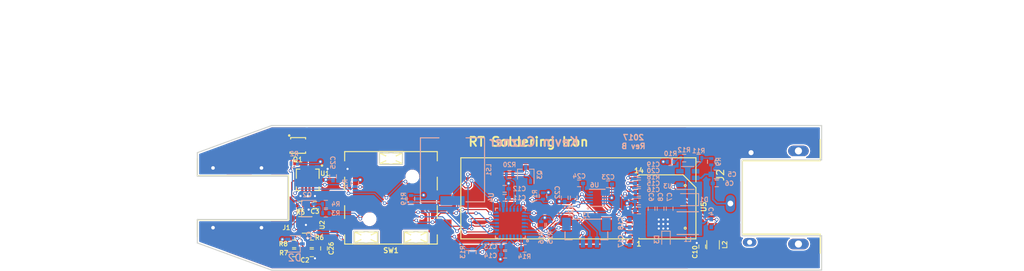
<source format=kicad_pcb>
(kicad_pcb (version 4) (host pcbnew 4.0.6)
  (title_block (title "RT Soldering Iron") (date 2017-06-02) (rev A) (company "Kevin Cuzner"))
  (layers (0 F.Cu signal) (31 B.Cu signal) (34 B.Paste user) (35 F.Paste user) (36 B.SilkS user) (37 F.SilkS user) (38 B.Mask user) (39 F.Mask user) (44 Edge.Cuts user))
  (net 0 "")
  (net 1 "/Analog Frontend/HEATER_SENSE")
  (net 2 GND)
  (net 3 +3.3VA)
  (net 4 "Net-(C4-Pad2)")
  (net 5 +12V)
  (net 6 +3V3)
  (net 7 "Net-(C17-Pad1)")
  (net 8 "Net-(C17-Pad2)")
  (net 9 "Net-(C18-Pad1)")
  (net 10 "Net-(C18-Pad2)")
  (net 11 "Net-(C19-Pad1)")
  (net 12 "Net-(C20-Pad1)")
  (net 13 "Net-(C24-Pad1)")
  (net 14 "/Analog Frontend/SENSE_IN")
  (net 15 "Net-(J2-Pad3)")
  (net 16 "/Digital Control/STM32_SWDIO")
  (net 17 "/Digital Control/STM32_SWCLK")
  (net 18 "/Digital Control/~STM32_RESET")
  (net 19 "/Analog Frontend/~FAULT")
  (net 20 "/Analog Frontend/HEATER_CTL")
  (net 21 "Net-(R11-Pad1)")
  (net 22 "/Power Supplies/3V3_FB")
  (net 23 "/Analog Frontend/CURRENT_SENSE")
  (net 24 "/Digital Control/STM32_BOOT0")
  (net 25 "/Digital Control/I2C_SDA")
  (net 26 "/Digital Control/I2C_SCL")
  (net 27 "/Digital Control/ACC_INT")
  (net 28 "Net-(R18-Pad1)")
  (net 29 "Net-(U4-Pad2)")
  (net 30 "Net-(U4-Pad3)")
  (net 31 "Net-(U4-Pad20)")
  (net 32 "Net-(U4-Pad23)")
  (net 33 "/Digital Control/~OLED_RST")
  (net 34 "Net-(U4-Pad25)")
  (net 35 "Net-(U4-Pad26)")
  (net 36 "Net-(U5-Pad6)")
  (net 37 "Net-(U6-Pad5)")
  (net 38 "/Analog Frontend/TIP_CONNECTOR")
  (net 39 "/Analog Frontend/TIP_GATE")
  (net 40 "/Analog Frontend/12V_TIP")
  (net 41 "/Analog Frontend/TIP_GATE_B")
  (net 42 "/Digital Control/SW_B")
  (net 43 "/Digital Control/SW_E")
  (net 44 "/Digital Control/SW_A")
  (net 45 "/Digital Control/SW_D")
  (net 46 "/Digital Control/SW_C")
  (net 47 "/Power Supplies/+3.3V_SW")
  (net 48 "/Analog Frontend/OPAMP_SENSE_IN")
  (net 49 "/Analog Frontend/OPAMP_FB")
  (net 50 "/Digital Control/BUZ_COL")
  (net 51 "/Digital Control/BUZ_BASE")
  (net 52 "/Digital Control/BUZ_CTL")
  (net 53 "/Digital Control/~HEATER_EN")
  (module rt-soldering-iron:12-WFQFN (layer F.Cu) (at 119.38 93.98 270)
    (fp_text reference U1 (at -0.889 -2.413 360) (layer F.SilkS) (effects (font (size 0.635 0.635) (thickness 0.127))))
    (fp_text value ACS711xEX)
    (pad 1,2 smd rect (at -1.35 -0.5 270) (size 1.27 0.8) (layers F.Cu F.Paste F.Mask) (net 5 +12V))
    (pad 3,4 smd rect (at -1.35 0.5 270) (size 1.27 0.8) (layers F.Cu F.Paste F.Mask) (net 40 "/Analog Frontend/12V_TIP"))
    (pad 5 smd rect (at 0.15 1.45 270) (size 0.3 0.85) (layers F.Cu F.Paste F.Mask) (net 2 GND))
    (pad 6 smd rect (at 0.65 1.45 270) (size 0.3 0.85) (layers F.Cu F.Paste F.Mask) (net 19 "/Analog Frontend/~FAULT"))
    (pad 7 smd rect (at 1.35 0.75 270) (size 0.85 0.3) (layers F.Cu F.Paste F.Mask) (net 2 GND))
    (pad 8 smd rect (at 1.35 0.25 270) (size 0.85 0.3) (layers F.Cu F.Paste F.Mask) (net 2 GND))
    (pad 9 smd rect (at 1.35 -0.25 270) (size 0.85 0.3) (layers F.Cu F.Paste F.Mask) (net 2 GND))
    (pad 10 smd rect (at 1.35 -0.75 270) (size 0.85 0.3) (layers F.Cu F.Paste F.Mask) (net 2 GND))
    (pad 11 smd rect (at 0.65 -1.45 270) (size 0.3 0.85) (layers F.Cu F.Paste F.Mask) (net 23 "/Analog Frontend/CURRENT_SENSE"))
    (pad 12 smd rect (at 0.15 -1.45 270) (size 0.3 0.85) (layers F.Cu F.Paste F.Mask) (net 3 +3.3VA))
  )
  (module rt-soldering-iron:1PIN-VIA (layer F.Cu) (at 115.824 102.362)
    (fp_text reference REF** hide)
    (fp_text value 1PIN-VIA hide)
    (pad 1 thru_hole circle (at 0 0) (size 0.6 0.6) (drill 0.3) (layers *.Cu) (net 3 +3.3VA))
  )
  (module rt-soldering-iron:1PIN-VIA (layer F.Cu) (at 135.636 96.139)
    (fp_text reference REF** hide)
    (fp_text value 1PIN-VIA hide)
    (pad 1 thru_hole circle (at 0 0) (size 0.6 0.6) (drill 0.3) (layers *.Cu) (net 6 +3V3))
  )
  (module rt-soldering-iron:1PIN-VIA (layer F.Cu) (at 169.291 91.44)
    (fp_text reference REF** hide)
    (fp_text value 1PIN-VIA hide)
    (pad 1 thru_hole circle (at 0 0) (size 0.6 0.6) (drill 0.3) (layers *.Cu) (net 6 +3V3))
  )
  (module rt-soldering-iron:1PIN-VIA (layer F.Cu) (at 121.92 93.98)
    (fp_text reference REF** hide)
    (fp_text value 1PIN-VIA hide)
    (pad 1 thru_hole circle (at 0 0) (size 0.6 0.6) (drill 0.3) (layers *.Cu) (net 3 +3.3VA))
  )
  (module rt-soldering-iron:1PIN-VIA (layer F.Cu) (at 126.746 93.98)
    (fp_text reference REF** hide)
    (fp_text value 1PIN-VIA hide)
    (pad 1 thru_hole circle (at 0 0) (size 0.6 0.6) (drill 0.3) (layers *.Cu) (net 6 +3V3))
  )
  (module rt-soldering-iron:1PIN-VIA (layer F.Cu) (at 152.654 99.314)
    (fp_text reference REF** hide)
    (fp_text value 1PIN-VIA hide)
    (pad 1 thru_hole circle (at 0 0) (size 0.6 0.6) (drill 0.3) (layers *.Cu) (net 6 +3V3))
  )
  (module rt-soldering-iron:1PIN-VIA (layer F.Cu) (at 146.431 105.156)
    (fp_text reference REF** hide)
    (fp_text value 1PIN-VIA hide)
    (pad 1 thru_hole circle (at 0 0) (size 0.6 0.6) (drill 0.3) (layers *.Cu) (net 3 +3.3VA))
  )
  (module rt-soldering-iron:1PIN-VIA (layer F.Cu) (at 147.574 94.488)
    (fp_text reference REF** hide)
    (fp_text value 1PIN-VIA hide)
    (pad 1 thru_hole circle (at 0 0) (size 0.6 0.6) (drill 0.3) (layers *.Cu) (net 6 +3V3))
  )
  (module rt-soldering-iron:1PIN-VIA (layer F.Cu) (at 153.162 95.758)
    (fp_text reference REF** hide)
    (fp_text value 1PIN-VIA hide)
    (pad 1 thru_hole circle (at 0 0) (size 0.6 0.6) (drill 0.3) (layers *.Cu) (net 6 +3V3))
  )
  (module rt-soldering-iron:1PIN-VIA (layer F.Cu) (at 154.686 97.028)
    (fp_text reference REF** hide)
    (fp_text value 1PIN-VIA hide)
    (pad 1 thru_hole circle (at 0 0) (size 0.6 0.6) (drill 0.3) (layers *.Cu) (net 6 +3V3))
  )
  (module rt-soldering-iron:1PIN-VIA (layer F.Cu) (at 162.052 96.52)
    (fp_text reference REF** hide)
    (fp_text value 1PIN-VIA hide)
    (pad 1 thru_hole circle (at 0 0) (size 0.6 0.6) (drill 0.3) (layers *.Cu) (net 6 +3V3))
  )
  (module rt-soldering-iron:1PIN-VIA (layer F.Cu) (at 164.211 97.282)
    (fp_text reference REF** hide)
    (fp_text value 1PIN-VIA hide)
    (pad 1 thru_hole circle (at 0 0) (size 0.6 0.6) (drill 0.3) (layers *.Cu) (net 6 +3V3))
  )
  (module rt-soldering-iron:1PIN-VIA (layer F.Cu) (at 164.338 98.044)
    (fp_text reference REF** hide)
    (fp_text value 1PIN-VIA hide)
    (pad 1 thru_hole circle (at 0 0) (size 0.6 0.6) (drill 0.3) (layers *.Cu) (net 2 GND))
  )
  (module rt-soldering-iron:1PIN-VIA (layer F.Cu) (at 169.926 100.838)
    (fp_text reference REF** hide)
    (fp_text value 1PIN-VIA hide)
    (pad 1 thru_hole circle (at 0 0) (size 0.6 0.6) (drill 0.3) (layers *.Cu) (net 6 +3V3))
  )
  (module rt-soldering-iron:1PIN-VIA (layer F.Cu) (at 169.291 100.838)
    (fp_text reference REF** hide)
    (fp_text value 1PIN-VIA hide)
    (pad 1 thru_hole circle (at 0 0) (size 0.6 0.6) (drill 0.3) (layers *.Cu) (net 6 +3V3))
  )
  (module rt-soldering-iron:1PIN-VIA (layer F.Cu) (at 168.656 100.838)
    (fp_text reference REF** hide)
    (fp_text value 1PIN-VIA hide)
    (pad 1 thru_hole circle (at 0 0) (size 0.6 0.6) (drill 0.3) (layers *.Cu) (net 6 +3V3))
  )
  (module rt-soldering-iron:1PIN-VIA (layer F.Cu) (at 168.656 100.203)
    (fp_text reference REF** hide)
    (fp_text value 1PIN-VIA hide)
    (pad 1 thru_hole circle (at 0 0) (size 0.6 0.6) (drill 0.3) (layers *.Cu) (net 6 +3V3))
  )
  (module rt-soldering-iron:1PIN-VIA (layer F.Cu) (at 169.291 100.203)
    (fp_text reference REF** hide)
    (fp_text value 1PIN-VIA hide)
    (pad 1 thru_hole circle (at 0 0) (size 0.6 0.6) (drill 0.3) (layers *.Cu) (net 6 +3V3))
  )
  (module rt-soldering-iron:1PIN-VIA (layer F.Cu) (at 169.926 100.203)
    (fp_text reference REF** hide)
    (fp_text value 1PIN-VIA hide)
    (pad 1 thru_hole circle (at 0 0) (size 0.6 0.6) (drill 0.3) (layers *.Cu) (net 6 +3V3))
  )
  (module rt-soldering-iron:1PIN-VIA (layer F.Cu) (at 169.926 99.568)
    (fp_text reference REF** hide)
    (fp_text value 1PIN-VIA hide)
    (pad 1 thru_hole circle (at 0 0) (size 0.6 0.6) (drill 0.3) (layers *.Cu) (net 6 +3V3))
  )
  (module rt-soldering-iron:1PIN-VIA (layer F.Cu) (at 168.656 99.568)
    (fp_text reference REF** hide)
    (fp_text value 1PIN-VIA hide)
    (pad 1 thru_hole circle (at 0 0) (size 0.6 0.6) (drill 0.3) (layers *.Cu) (net 6 +3V3))
  )
  (module rt-soldering-iron:1PIN-VIA (layer F.Cu) (at 169.291 99.568)
    (fp_text reference REF** hide)
    (fp_text value 1PIN-VIA hide)
    (pad 1 thru_hole circle (at 0 0) (size 0.6 0.6) (drill 0.3) (layers *.Cu) (net 6 +3V3))
  )
  (module rt-soldering-iron:1PIN-VIA (layer F.Cu) (at 173.99 102.87)
    (fp_text reference REF** hide)
    (fp_text value 1PIN-VIA hide)
    (pad 1 thru_hole circle (at 0 0) (size 0.6 0.6) (drill 0.3) (layers *.Cu) (net 2 GND))
  )
  (module rt-soldering-iron:1PIN-VIA (layer F.Cu) (at 119.507 98.171)
    (fp_text reference REF** hide)
    (fp_text value 1PIN-VIA hide)
    (pad 1 thru_hole circle (at 0 0) (size 0.6 0.6) (drill 0.3) (layers *.Cu) (net 2 GND))
  )
  (module rt-soldering-iron:1PIN-VIA (layer F.Cu) (at 119.126 100.33)
    (fp_text reference REF** hide)
    (fp_text value 1PIN-VIA hide)
    (pad 1 thru_hole circle (at 0 0) (size 0.6 0.6) (drill 0.3) (layers *.Cu) (net 2 GND))
  )
  (module rt-soldering-iron:1PIN-VIA (layer F.Cu) (at 119.38 102.235)
    (fp_text reference REF** hide)
    (fp_text value 1PIN-VIA hide)
    (pad 1 thru_hole circle (at 0 0) (size 0.6 0.6) (drill 0.3) (layers *.Cu) (net 2 GND))
  )
  (module rt-soldering-iron:1PIN-VIA (layer F.Cu) (at 120.396 105.029)
    (fp_text reference REF** hide)
    (fp_text value 1PIN-VIA hide)
    (pad 1 thru_hole circle (at 0 0) (size 0.6 0.6) (drill 0.3) (layers *.Cu) (net 2 GND))
  )
  (module rt-soldering-iron:1PIN-VIA (layer F.Cu) (at 121.158 91.44)
    (fp_text reference REF** hide)
    (fp_text value 1PIN-VIA hide)
    (pad 1 thru_hole circle (at 0 0) (size 0.6 0.6) (drill 0.3) (layers *.Cu) (net 5 +12V))
  )
  (module rt-soldering-iron:1PIN-VIA (layer F.Cu) (at 120.396 96.266)
    (fp_text reference REF** hide)
    (fp_text value 1PIN-VIA hide)
    (pad 1 thru_hole circle (at 0 0) (size 0.6 0.6) (drill 0.3) (layers *.Cu) (net 2 GND))
  )
  (module rt-soldering-iron:1PIN-VIA (layer F.Cu) (at 119.38 96.266)
    (fp_text reference REF** hide)
    (fp_text value 1PIN-VIA hide)
    (pad 1 thru_hole circle (at 0 0) (size 0.6 0.6) (drill 0.3) (layers *.Cu) (net 2 GND))
  )
  (module rt-soldering-iron:1PIN-VIA (layer F.Cu) (at 118.364 96.266)
    (fp_text reference REF** hide)
    (fp_text value 1PIN-VIA hide)
    (pad 1 thru_hole circle (at 0 0) (size 0.6 0.6) (drill 0.3) (layers *.Cu) (net 2 GND))
  )
  (module rt-soldering-iron:1PIN-VIA (layer F.Cu) (at 122.174 92.456)
    (fp_text reference REF** hide)
    (fp_text value 1PIN-VIA hide)
    (pad 1 thru_hole circle (at 0 0) (size 0.6 0.6) (drill 0.3) (layers *.Cu) (net 2 GND))
  )
  (module Resistors_SMD:R_0402 (layer B.Cu) (at 120.904 101.854 270)
    (fp_text reference C1 (at 0 1.35 270) (layer B.SilkS) (effects (font (size 0.635 0.635) (thickness 0.127)) (justify mirror)))
    (fp_text value 0.001u)
    (pad 1 smd rect (at -0.45 0 270) (size 0.4 0.6) (layers B.Cu B.Paste B.Mask) (net 1 "/Analog Frontend/HEATER_SENSE"))
    (pad 2 smd rect (at 0.45 0 270) (size 0.4 0.6) (layers B.Cu B.Paste B.Mask) (net 2 GND))
  )
  (module Resistors_SMD:R_0402 (layer F.Cu) (at 119.9515 104.267)
    (fp_text reference C2 (at -0.9525 1.016) (layer F.SilkS) (effects (font (size 0.635 0.635) (thickness 0.127))))
    (fp_text value 0.001u)
    (pad 1 smd rect (at -0.45 0) (size 0.4 0.6) (layers F.Cu F.Paste F.Mask) (net 48 "/Analog Frontend/OPAMP_SENSE_IN"))
    (pad 2 smd rect (at 0.45 0) (size 0.4 0.6) (layers F.Cu F.Paste F.Mask) (net 2 GND))
  )
  (module Capacitors_SMD:C_0402 (layer F.Cu) (at 120.396 97.536 180)
    (fp_text reference C3 (at 0 -0.889 180) (layer F.SilkS) (effects (font (size 0.635 0.635) (thickness 0.127))))
    (fp_text value 0.1u)
    (pad 1 smd rect (at -0.55 0 180) (size 0.6 0.5) (layers F.Cu F.Paste F.Mask) (net 3 +3.3VA))
    (pad 2 smd rect (at 0.55 0 180) (size 0.6 0.5) (layers F.Cu F.Paste F.Mask) (net 2 GND))
  )
  (module Capacitors_SMD:C_0402 (layer B.Cu) (at 176.022 100.076 270)
    (fp_text reference C4 (at -1.651 0 270) (layer B.SilkS) (effects (font (size 0.635 0.635) (thickness 0.127)) (justify mirror)))
    (fp_text value 0.1u)
    (pad 1 smd rect (at -0.55 0 270) (size 0.6 0.5) (layers B.Cu B.Paste B.Mask) (net 47 "/Power Supplies/+3.3V_SW"))
    (pad 2 smd rect (at 0.55 0 270) (size 0.6 0.5) (layers B.Cu B.Paste B.Mask) (net 4 "Net-(C4-Pad2)"))
  )
  (module Capacitors_SMD:C_0603 (layer B.Cu) (at 176.784 93.218)
    (fp_text reference C5 (at 2.159 0) (layer B.SilkS) (effects (font (size 0.635 0.635) (thickness 0.127)) (justify mirror)))
    (fp_text value 10u)
    (pad 1 smd rect (at -0.75 0) (size 0.8 0.75) (layers B.Cu B.Paste B.Mask) (net 5 +12V))
    (pad 2 smd rect (at 0.75 0) (size 0.8 0.75) (layers B.Cu B.Paste B.Mask) (net 2 GND))
  )
  (module Capacitors_SMD:C_0402 (layer B.Cu) (at 176.784 94.488)
    (fp_text reference C6 (at 1.778 0) (layer B.SilkS) (effects (font (size 0.635 0.635) (thickness 0.127)) (justify mirror)))
    (fp_text value 0.1u)
    (pad 1 smd rect (at -0.55 0) (size 0.6 0.5) (layers B.Cu B.Paste B.Mask) (net 5 +12V))
    (pad 2 smd rect (at 0.55 0) (size 0.6 0.5) (layers B.Cu B.Paste B.Mask) (net 2 GND))
  )
  (module Capacitors_SMD:C_0402 (layer B.Cu) (at 170.18 98.044 90)
    (fp_text reference C7 (at 1.651 0 90) (layer B.SilkS) (effects (font (size 0.635 0.635) (thickness 0.127)) (justify mirror)))
    (fp_text value 0.1u)
    (pad 1 smd rect (at -0.55 0 90) (size 0.6 0.5) (layers B.Cu B.Paste B.Mask) (net 6 +3V3))
    (pad 2 smd rect (at 0.55 0 90) (size 0.6 0.5) (layers B.Cu B.Paste B.Mask) (net 2 GND))
  )
  (module Capacitors_SMD:C_0402 (layer B.Cu) (at 168.91 98.044 90)
    (fp_text reference C8 (at 1.651 0 90) (layer B.SilkS) (effects (font (size 0.635 0.635) (thickness 0.127)) (justify mirror)))
    (fp_text value 10u)
    (pad 1 smd rect (at -0.55 0 90) (size 0.6 0.5) (layers B.Cu B.Paste B.Mask) (net 6 +3V3))
    (pad 2 smd rect (at 0.55 0 90) (size 0.6 0.5) (layers B.Cu B.Paste B.Mask) (net 2 GND))
  )
  (module Capacitors_SMD:C_0402 (layer B.Cu) (at 167.64 98.044 90)
    (fp_text reference C9 (at 1.651 0 90) (layer B.SilkS) (effects (font (size 0.635 0.635) (thickness 0.127)) (justify mirror)))
    (fp_text value 10u)
    (pad 1 smd rect (at -0.55 0 90) (size 0.6 0.5) (layers B.Cu B.Paste B.Mask) (net 6 +3V3))
    (pad 2 smd rect (at 0.55 0 90) (size 0.6 0.5) (layers B.Cu B.Paste B.Mask) (net 2 GND))
  )
  (module Capacitors_SMD:C_0402 (layer F.Cu) (at 174.752 103.378 90)
    (fp_text reference C10 (at -0.762 -1.016 90) (layer F.SilkS) (effects (font (size 0.635 0.635) (thickness 0.127))))
    (fp_text value 10u)
    (pad 1 smd rect (at -0.55 0 90) (size 0.6 0.5) (layers F.Cu F.Paste F.Mask) (net 3 +3.3VA))
    (pad 2 smd rect (at 0.55 0 90) (size 0.6 0.5) (layers F.Cu F.Paste F.Mask) (net 2 GND))
  )
  (module Capacitors_SMD:C_0402 (layer B.Cu) (at 147.024 96.52 180)
    (fp_text reference C11 (at -2.074 0 180) (layer B.SilkS) (effects (font (size 0.635 0.635) (thickness 0.127)) (justify mirror)))
    (fp_text value 1u)
    (pad 1 smd rect (at -0.55 0 180) (size 0.6 0.5) (layers B.Cu B.Paste B.Mask) (net 6 +3V3))
    (pad 2 smd rect (at 0.55 0 180) (size 0.6 0.5) (layers B.Cu B.Paste B.Mask) (net 2 GND))
  )
  (module Capacitors_SMD:C_0402 (layer B.Cu) (at 147.024 95.25 180)
    (fp_text reference C12 (at -2.074 0 180) (layer B.SilkS) (effects (font (size 0.635 0.635) (thickness 0.127)) (justify mirror)))
    (fp_text value 0.1u)
    (pad 1 smd rect (at -0.55 0 180) (size 0.6 0.5) (layers B.Cu B.Paste B.Mask) (net 6 +3V3))
    (pad 2 smd rect (at 0.55 0 180) (size 0.6 0.5) (layers B.Cu B.Paste B.Mask) (net 2 GND))
  )
  (module Capacitors_SMD:C_0402 (layer B.Cu) (at 147.066 103.378)
    (fp_text reference C13 (at -2.032 0) (layer B.SilkS) (effects (font (size 0.635 0.635) (thickness 0.127)) (justify mirror)))
    (fp_text value 1u)
    (pad 1 smd rect (at -0.55 0) (size 0.6 0.5) (layers B.Cu B.Paste B.Mask) (net 3 +3.3VA))
    (pad 2 smd rect (at 0.55 0) (size 0.6 0.5) (layers B.Cu B.Paste B.Mask) (net 2 GND))
  )
  (module Capacitors_SMD:C_0402 (layer B.Cu) (at 147.066 104.521)
    (fp_text reference C14 (at -2.032 0.127) (layer B.SilkS) (effects (font (size 0.635 0.635) (thickness 0.127)) (justify mirror)))
    (fp_text value 0.1u)
    (pad 1 smd rect (at -0.55 0) (size 0.6 0.5) (layers B.Cu B.Paste B.Mask) (net 3 +3.3VA))
    (pad 2 smd rect (at 0.55 0) (size 0.6 0.5) (layers B.Cu B.Paste B.Mask) (net 2 GND))
  )
  (module Capacitors_SMD:C_0402 (layer B.Cu) (at 165.862 97.028)
    (fp_text reference C15 (at 2.032 -2.54) (layer B.SilkS) (effects (font (size 0.635 0.635) (thickness 0.127)) (justify mirror)))
    (fp_text value 1u)
    (pad 1 smd rect (at -0.55 0) (size 0.6 0.5) (layers B.Cu B.Paste B.Mask) (net 6 +3V3))
    (pad 2 smd rect (at 0.55 0) (size 0.6 0.5) (layers B.Cu B.Paste B.Mask) (net 2 GND))
  )
  (module Capacitors_SMD:C_0402 (layer B.Cu) (at 165.862 98.298)
    (fp_text reference C16 (at 2.032 -2.921) (layer B.SilkS) (effects (font (size 0.635 0.635) (thickness 0.127)) (justify mirror)))
    (fp_text value 1u)
    (pad 1 smd rect (at -0.55 0) (size 0.6 0.5) (layers B.Cu B.Paste B.Mask) (net 6 +3V3))
    (pad 2 smd rect (at 0.55 0) (size 0.6 0.5) (layers B.Cu B.Paste B.Mask) (net 2 GND))
  )
  (module Capacitors_SMD:C_0402 (layer B.Cu) (at 164.592 102.616 270)
    (fp_text reference C17 (at 0 1.27 270) (layer B.SilkS) (effects (font (size 0.635 0.635) (thickness 0.127)) (justify mirror)))
    (fp_text value 1u)
    (pad 1 smd rect (at -0.55 0 270) (size 0.6 0.5) (layers B.Cu B.Paste B.Mask) (net 7 "Net-(C17-Pad1)"))
    (pad 2 smd rect (at 0.55 0 270) (size 0.6 0.5) (layers B.Cu B.Paste B.Mask) (net 8 "Net-(C17-Pad2)"))
  )
  (module Capacitors_SMD:C_0402 (layer B.Cu) (at 164.592 100.118 270)
    (fp_text reference C18 (at 0 1.27 270) (layer B.SilkS) (effects (font (size 0.635 0.635) (thickness 0.127)) (justify mirror)))
    (fp_text value 1u)
    (pad 1 smd rect (at -0.55 0 270) (size 0.6 0.5) (layers B.Cu B.Paste B.Mask) (net 9 "Net-(C18-Pad1)"))
    (pad 2 smd rect (at 0.55 0 270) (size 0.6 0.5) (layers B.Cu B.Paste B.Mask) (net 10 "Net-(C18-Pad2)"))
  )
  (module Capacitors_SMD:C_0402 (layer B.Cu) (at 165.862 93.218)
    (fp_text reference C19 (at 2.032 -1.397) (layer B.SilkS) (effects (font (size 0.635 0.635) (thickness 0.127)) (justify mirror)))
    (fp_text value 2u2)
    (pad 1 smd rect (at -0.55 0) (size 0.6 0.5) (layers B.Cu B.Paste B.Mask) (net 11 "Net-(C19-Pad1)"))
    (pad 2 smd rect (at 0.55 0) (size 0.6 0.5) (layers B.Cu B.Paste B.Mask) (net 2 GND))
  )
  (module Capacitors_SMD:C_0402 (layer B.Cu) (at 165.862 94.488)
    (fp_text reference C20 (at 2.032 -1.778) (layer B.SilkS) (effects (font (size 0.635 0.635) (thickness 0.127)) (justify mirror)))
    (fp_text value 2u2)
    (pad 1 smd rect (at -0.55 0) (size 0.6 0.5) (layers B.Cu B.Paste B.Mask) (net 12 "Net-(C20-Pad1)"))
    (pad 2 smd rect (at 0.55 0) (size 0.6 0.5) (layers B.Cu B.Paste B.Mask) (net 2 GND))
  )
  (module Capacitors_SMD:C_0402 (layer B.Cu) (at 156.718 96.52 90)
    (fp_text reference C21 (at -1.905 -0.381 90) (layer B.SilkS) (effects (font (size 0.635 0.635) (thickness 0.127)) (justify mirror)))
    (fp_text value 1u)
    (pad 1 smd rect (at -0.55 0 90) (size 0.6 0.5) (layers B.Cu B.Paste B.Mask) (net 6 +3V3))
    (pad 2 smd rect (at 0.55 0 90) (size 0.6 0.5) (layers B.Cu B.Paste B.Mask) (net 2 GND))
  )
  (module Capacitors_SMD:C_0402 (layer B.Cu) (at 155.448 96.52 90)
    (fp_text reference C22 (at 0.762 -1.016 90) (layer B.SilkS) (effects (font (size 0.635 0.635) (thickness 0.127)) (justify mirror)))
    (fp_text value 0.1u)
    (pad 1 smd rect (at -0.55 0 90) (size 0.6 0.5) (layers B.Cu B.Paste B.Mask) (net 6 +3V3))
    (pad 2 smd rect (at 0.55 0 90) (size 0.6 0.5) (layers B.Cu B.Paste B.Mask) (net 2 GND))
  )
  (module Capacitors_SMD:C_0402 (layer B.Cu) (at 161.544 94.615 180)
    (fp_text reference C23 (at 0 1.016 180) (layer B.SilkS) (effects (font (size 0.635 0.635) (thickness 0.127)) (justify mirror)))
    (fp_text value 0.1u)
    (pad 1 smd rect (at -0.55 0 180) (size 0.6 0.5) (layers B.Cu B.Paste B.Mask) (net 6 +3V3))
    (pad 2 smd rect (at 0.55 0 180) (size 0.6 0.5) (layers B.Cu B.Paste B.Mask) (net 2 GND))
  )
  (module Capacitors_SMD:C_0402 (layer B.Cu) (at 157.48 94.488 180)
    (fp_text reference C24 (at 0 1.016 180) (layer B.SilkS) (effects (font (size 0.635 0.635) (thickness 0.127)) (justify mirror)))
    (fp_text value 0.1u)
    (pad 1 smd rect (at -0.55 0 180) (size 0.6 0.5) (layers B.Cu B.Paste B.Mask) (net 13 "Net-(C24-Pad1)"))
    (pad 2 smd rect (at 0.55 0 180) (size 0.6 0.5) (layers B.Cu B.Paste B.Mask) (net 2 GND))
  )
  (module Diodes_SMD:D_SOD-323 (layer B.Cu) (at 172.754 96.774 180)
    (fp_text reference D1 (at -2.252 0 180) (layer B.SilkS) (effects (font (size 0.635 0.635) (thickness 0.127)) (justify mirror)))
    (fp_text value CUS10F30)
    (pad 1 smd rect (at -1.05 0 180) (size 0.6 0.45) (layers B.Cu B.Paste B.Mask) (net 47 "/Power Supplies/+3.3V_SW"))
    (pad 2 smd rect (at 1.05 0 180) (size 0.6 0.45) (layers B.Cu B.Paste B.Mask) (net 2 GND))
  )
  (module rt-soldering-iron:JST-SH-4 (layer B.Cu) (at 158.496 99.314 180)
    (fp_text reference J3 (at 0 0.381 180) (layer B.SilkS) (effects (font (size 0.635 0.635) (thickness 0.127)) (justify mirror)))
    (fp_text value CONN_01X04)
    (pad 4 smd rect (at -1.5 -3.425 180) (size 0.6 1.55) (layers B.Cu B.Paste B.Mask) (net 16 "/Digital Control/STM32_SWDIO"))
    (pad 3 smd rect (at -0.5 -3.425 180) (size 0.6 1.55) (layers B.Cu B.Paste B.Mask) (net 17 "/Digital Control/STM32_SWCLK"))
    (pad 2 smd rect (at 0.5 -3.425 180) (size 0.6 1.55) (layers B.Cu B.Paste B.Mask) (net 18 "/Digital Control/~STM32_RESET"))
    (pad 1 smd rect (at 1.5 -3.425 180) (size 0.6 1.55) (layers B.Cu B.Paste B.Mask) (net 2 GND))
    (pad NC smd rect (at -2.8 -0.9 180) (size 1.2 1.8) (layers B.Cu B.Paste B.Mask))
    (pad NC smd rect (at 2.8 -0.9 180) (size 1.2 1.8) (layers B.Cu B.Paste B.Mask))
  )
  (module Inductors:Inductor_Taiyo-Yuden_NR-30xx (layer B.Cu) (at 172.72 100.076 180)
    (fp_text reference L1 (at 0 -2.286 180) (layer B.SilkS) (effects (font (size 0.635 0.635) (thickness 0.127)) (justify mirror)))
    (fp_text value 4.7u)
    (pad 1 smd rect (at -1.1 0 180) (size 0.8 2.9) (layers B.Cu B.Paste B.Mask) (net 47 "/Power Supplies/+3.3V_SW"))
    (pad 2 smd rect (at 1.1 0 180) (size 0.8 2.9) (layers B.Cu B.Paste B.Mask) (net 6 +3V3))
  )
  (module Resistors_SMD:R_0805 (layer F.Cu) (at 176.276 103.124 270)
    (fp_text reference L2 (at 0 -1.65 270) (layer F.SilkS) (effects (font (size 0.635 0.635) (thickness 0.127))))
    (fp_text value 10u)
    (pad 1 smd rect (at -0.95 0 270) (size 0.7 1.3) (layers F.Cu F.Paste F.Mask) (net 6 +3V3))
    (pad 2 smd rect (at 0.95 0 270) (size 0.7 1.3) (layers F.Cu F.Paste F.Mask) (net 3 +3.3VA))
  )
  (module TO_SOT_Packages_SMD:SOT-323_SC-70 (layer B.Cu) (at 119.253 98.044 180)
    (fp_text reference Q2 (at -0.05 1.95 180) (layer B.SilkS) (effects (font (size 0.635 0.635) (thickness 0.127)) (justify mirror)))
    (fp_text value MMBT3904)
    (pad 1 smd rect (at -1 0.65 270) (size 0.45 0.7) (layers B.Cu B.Paste B.Mask) (net 41 "/Analog Frontend/TIP_GATE_B"))
    (pad 2 smd rect (at -1 -0.65 270) (size 0.45 0.7) (layers B.Cu B.Paste B.Mask) (net 2 GND))
    (pad 3 smd rect (at 1 0 270) (size 0.45 0.7) (layers B.Cu B.Paste B.Mask) (net 39 "/Analog Frontend/TIP_GATE"))
  )
  (module Resistors_SMD:R_0402 (layer B.Cu) (at 125.984 94.488 270)
    (fp_text reference R1 (at 0 1.35 270) (layer B.SilkS) (effects (font (size 0.635 0.635) (thickness 0.127)) (justify mirror)))
    (fp_text value 4K7)
    (pad 1 smd rect (at -0.45 0 270) (size 0.4 0.6) (layers B.Cu B.Paste B.Mask) (net 6 +3V3))
    (pad 2 smd rect (at 0.45 0 270) (size 0.4 0.6) (layers B.Cu B.Paste B.Mask) (net 19 "/Analog Frontend/~FAULT"))
  )
  (module Resistors_SMD:R_0402 (layer B.Cu) (at 117.475 91.694 180)
    (fp_text reference R2 (at 0 1.35 180) (layer B.SilkS) (effects (font (size 0.635 0.635) (thickness 0.127)) (justify mirror)))
    (fp_text value 10K)
    (pad 1 smd rect (at -0.45 0 180) (size 0.4 0.6) (layers B.Cu B.Paste B.Mask) (net 5 +12V))
    (pad 2 smd rect (at 0.45 0 180) (size 0.4 0.6) (layers B.Cu B.Paste B.Mask) (net 39 "/Analog Frontend/TIP_GATE"))
  )
  (module Resistors_SMD:R_0402 (layer B.Cu) (at 121.92 98.679 180)
    (fp_text reference R3 (at -1.397 0 180) (layer B.SilkS) (effects (font (size 0.635 0.635) (thickness 0.127)) (justify mirror)))
    (fp_text value 1K)
    (pad 1 smd rect (at -0.45 0 180) (size 0.4 0.6) (layers B.Cu B.Paste B.Mask) (net 20 "/Analog Frontend/HEATER_CTL"))
    (pad 2 smd rect (at 0.45 0 180) (size 0.4 0.6) (layers B.Cu B.Paste B.Mask) (net 41 "/Analog Frontend/TIP_GATE_B"))
  )
  (module Resistors_SMD:R_0402 (layer B.Cu) (at 121.92 97.409)
    (fp_text reference R4 (at 1.397 0) (layer B.SilkS) (effects (font (size 0.635 0.635) (thickness 0.127)) (justify mirror)))
    (fp_text value 10K)
    (pad 1 smd rect (at -0.45 0) (size 0.4 0.6) (layers B.Cu B.Paste B.Mask) (net 41 "/Analog Frontend/TIP_GATE_B"))
    (pad 2 smd rect (at 0.45 0) (size 0.4 0.6) (layers B.Cu B.Paste B.Mask) (net 2 GND))
  )
  (module Resistors_SMD:R_0402 (layer F.Cu) (at 118.364 97.536 180)
    (fp_text reference R5 (at 0 -1.016 360) (layer F.SilkS) (effects (font (size 0.635 0.635) (thickness 0.127))))
    (fp_text value 100K)
    (pad 1 smd rect (at -0.45 0 180) (size 0.4 0.6) (layers F.Cu F.Paste F.Mask) (net 1 "/Analog Frontend/HEATER_SENSE"))
    (pad 2 smd rect (at 0.45 0 180) (size 0.4 0.6) (layers F.Cu F.Paste F.Mask) (net 49 "/Analog Frontend/OPAMP_FB"))
  )
  (module Resistors_SMD:R_0402 (layer F.Cu) (at 119.946 102.997 180)
    (fp_text reference R6 (at -1.085 0.889 180) (layer F.SilkS) (effects (font (size 0.635 0.635) (thickness 0.127))))
    (fp_text value 270)
    (pad 1 smd rect (at -0.45 0 180) (size 0.4 0.6) (layers F.Cu F.Paste F.Mask) (net 49 "/Analog Frontend/OPAMP_FB"))
    (pad 2 smd rect (at 0.45 0 180) (size 0.4 0.6) (layers F.Cu F.Paste F.Mask) (net 2 GND))
  )
  (module Resistors_SMD:R_0402 (layer F.Cu) (at 117.475 104.267)
    (fp_text reference R7 (at -1.466 0) (layer F.SilkS) (effects (font (size 0.635 0.635) (thickness 0.127))))
    (fp_text value 1M)
    (pad 1 smd rect (at -0.45 0) (size 0.4 0.6) (layers F.Cu F.Paste F.Mask) (net 3 +3.3VA))
    (pad 2 smd rect (at 0.45 0) (size 0.4 0.6) (layers F.Cu F.Paste F.Mask) (net 14 "/Analog Frontend/SENSE_IN"))
  )
  (module Resistors_SMD:R_0402 (layer F.Cu) (at 117.475 102.997 180)
    (fp_text reference R8 (at 1.524 0 180) (layer F.SilkS) (effects (font (size 0.635 0.635) (thickness 0.127))))
    (fp_text value 4K7)
    (pad 1 smd rect (at -0.45 0 180) (size 0.4 0.6) (layers F.Cu F.Paste F.Mask) (net 48 "/Analog Frontend/OPAMP_SENSE_IN"))
    (pad 2 smd rect (at 0.45 0 180) (size 0.4 0.6) (layers F.Cu F.Paste F.Mask) (net 14 "/Analog Frontend/SENSE_IN"))
  )
  (module Resistors_SMD:R_0402 (layer B.Cu) (at 176.022 91.44 90)
    (fp_text reference R9 (at 0 1.016 90) (layer B.SilkS) (effects (font (size 0.635 0.635) (thickness 0.127)) (justify mirror)))
    (fp_text value 49K9)
    (pad 1 smd rect (at -0.45 0 90) (size 0.4 0.6) (layers B.Cu B.Paste B.Mask) (net 5 +12V))
    (pad 2 smd rect (at 0.45 0 90) (size 0.4 0.6) (layers B.Cu B.Paste B.Mask) (net 21 "Net-(R11-Pad1)"))
  )
  (module Resistors_SMD:R_0402 (layer B.Cu) (at 170.307 91.44)
    (fp_text reference R10 (at 0 -1.143) (layer B.SilkS) (effects (font (size 0.635 0.635) (thickness 0.127)) (justify mirror)))
    (fp_text value 49K9)
    (pad 1 smd rect (at -0.45 0) (size 0.4 0.6) (layers B.Cu B.Paste B.Mask) (net 6 +3V3))
    (pad 2 smd rect (at 0.45 0) (size 0.4 0.6) (layers B.Cu B.Paste B.Mask) (net 22 "/Power Supplies/3V3_FB"))
  )
  (module Resistors_SMD:R_0402 (layer B.Cu) (at 174.244 90.932 180)
    (fp_text reference R11 (at 0 1.016 180) (layer B.SilkS) (effects (font (size 0.635 0.635) (thickness 0.127)) (justify mirror)))
    (fp_text value 10K)
    (pad 1 smd rect (at -0.45 0 180) (size 0.4 0.6) (layers B.Cu B.Paste B.Mask) (net 21 "Net-(R11-Pad1)"))
    (pad 2 smd rect (at 0.45 0 180) (size 0.4 0.6) (layers B.Cu B.Paste B.Mask) (net 2 GND))
  )
  (module Resistors_SMD:R_0402 (layer B.Cu) (at 172.212 90.932)
    (fp_text reference R12 (at 0 -1.143) (layer B.SilkS) (effects (font (size 0.635 0.635) (thickness 0.127)) (justify mirror)))
    (fp_text value 16K2)
    (pad 1 smd rect (at -0.45 0) (size 0.4 0.6) (layers B.Cu B.Paste B.Mask) (net 22 "/Power Supplies/3V3_FB"))
    (pad 2 smd rect (at 0.45 0) (size 0.4 0.6) (layers B.Cu B.Paste B.Mask) (net 2 GND))
  )
  (module Resistors_SMD:R_0402 (layer B.Cu) (at 142.494 104.14 270)
    (fp_text reference R13 (at 0 1.35 270) (layer B.SilkS) (effects (font (size 0.635 0.635) (thickness 0.127)) (justify mirror)))
    (fp_text value SPR)
    (pad 1 smd rect (at -0.45 0 270) (size 0.4 0.6) (layers B.Cu B.Paste B.Mask) (net 23 "/Analog Frontend/CURRENT_SENSE"))
    (pad 2 smd rect (at 0.45 0 270) (size 0.4 0.6) (layers B.Cu B.Paste B.Mask) (net 2 GND))
  )
  (module Resistors_SMD:R_0402 (layer B.Cu) (at 149.802 103.632)
    (fp_text reference R14 (at 0 1.143) (layer B.SilkS) (effects (font (size 0.635 0.635) (thickness 0.127)) (justify mirror)))
    (fp_text value 10K)
    (pad 1 smd rect (at -0.45 0) (size 0.4 0.6) (layers B.Cu B.Paste B.Mask) (net 24 "/Digital Control/STM32_BOOT0"))
    (pad 2 smd rect (at 0.45 0) (size 0.4 0.6) (layers B.Cu B.Paste B.Mask) (net 2 GND))
  )
  (module Resistors_SMD:R_0402 (layer B.Cu) (at 153.416 100.33 270)
    (fp_text reference R15 (at 1.778 0 270) (layer B.SilkS) (effects (font (size 0.635 0.635) (thickness 0.127)) (justify mirror)))
    (fp_text value 4K7)
    (pad 1 smd rect (at -0.45 0 270) (size 0.4 0.6) (layers B.Cu B.Paste B.Mask) (net 6 +3V3))
    (pad 2 smd rect (at 0.45 0 270) (size 0.4 0.6) (layers B.Cu B.Paste B.Mask) (net 25 "/Digital Control/I2C_SDA"))
  )
  (module Resistors_SMD:R_0402 (layer B.Cu) (at 152.146 100.33 270)
    (fp_text reference R16 (at 1.778 0 270) (layer B.SilkS) (effects (font (size 0.635 0.635) (thickness 0.127)) (justify mirror)))
    (fp_text value 4K7)
    (pad 1 smd rect (at -0.45 0 270) (size 0.4 0.6) (layers B.Cu B.Paste B.Mask) (net 6 +3V3))
    (pad 2 smd rect (at 0.45 0 270) (size 0.4 0.6) (layers B.Cu B.Paste B.Mask) (net 26 "/Digital Control/I2C_SCL"))
  )
  (module Resistors_SMD:R_0402 (layer B.Cu) (at 152.4 96.266 270)
    (fp_text reference R17 (at 0 1.143 270) (layer B.SilkS) (effects (font (size 0.635 0.635) (thickness 0.127)) (justify mirror)))
    (fp_text value 4K7)
    (pad 1 smd rect (at -0.45 0 270) (size 0.4 0.6) (layers B.Cu B.Paste B.Mask) (net 6 +3V3))
    (pad 2 smd rect (at 0.45 0 270) (size 0.4 0.6) (layers B.Cu B.Paste B.Mask) (net 27 "/Digital Control/ACC_INT"))
  )
  (module Resistors_SMD:R_0402 (layer B.Cu) (at 165.862 95.758)
    (fp_text reference R18 (at 2.032 -2.159) (layer B.SilkS) (effects (font (size 0.635 0.635) (thickness 0.127)) (justify mirror)))
    (fp_text value 390K)
    (pad 1 smd rect (at -0.45 0) (size 0.4 0.6) (layers B.Cu B.Paste B.Mask) (net 28 "Net-(R18-Pad1)"))
    (pad 2 smd rect (at 0.45 0) (size 0.4 0.6) (layers B.Cu B.Paste B.Mask) (net 2 GND))
  )
  (module TO_SOT_Packages_SMD:SOT-23-6 (layer B.Cu) (at 172.72 93.726)
    (fp_text reference U3 (at -2.794 1.143) (layer B.SilkS) (effects (font (size 0.635 0.635) (thickness 0.127)) (justify mirror)))
    (fp_text value AP3211)
    (pad 1 smd rect (at -1.1 0.95) (size 1.06 0.65) (layers B.Cu B.Paste B.Mask) (net 4 "Net-(C4-Pad2)"))
    (pad 2 smd rect (at -1.1 0) (size 1.06 0.65) (layers B.Cu B.Paste B.Mask) (net 2 GND))
    (pad 3 smd rect (at -1.1 -0.95) (size 1.06 0.65) (layers B.Cu B.Paste B.Mask) (net 22 "/Power Supplies/3V3_FB"))
    (pad 4 smd rect (at 1.1 -0.95) (size 1.06 0.65) (layers B.Cu B.Paste B.Mask) (net 21 "Net-(R11-Pad1)"))
    (pad 6 smd rect (at 1.1 0.95) (size 1.06 0.65) (layers B.Cu B.Paste B.Mask) (net 47 "/Power Supplies/+3.3V_SW"))
    (pad 5 smd rect (at 1.1 0) (size 1.06 0.65) (layers B.Cu B.Paste B.Mask) (net 5 +12V))
  )
  (module rt-soldering-iron:10-DFN (layer B.Cu) (at 160.02 96.52)
    (fp_text reference U6 (at -0.381 -1.8) (layer B.SilkS) (effects (font (size 0.635 0.635) (thickness 0.127)) (justify mirror)))
    (fp_text value MMA8652FC)
    (pad 1 smd rect (at -0.9 0.8) (size 0.6 0.225) (layers B.Cu B.Paste B.Mask) (net 6 +3V3))
    (pad 2 smd rect (at -0.9 0.4) (size 0.6 0.225) (layers B.Cu B.Paste B.Mask) (net 26 "/Digital Control/I2C_SCL"))
    (pad 3 smd rect (at -0.9 0) (size 0.6 0.225) (layers B.Cu B.Paste B.Mask) (net 27 "/Digital Control/ACC_INT"))
    (pad 4 smd rect (at -0.9 -0.4) (size 0.6 0.225) (layers B.Cu B.Paste B.Mask) (net 13 "Net-(C24-Pad1)"))
    (pad 5 smd rect (at -0.9 -0.8) (size 0.6 0.225) (layers B.Cu B.Paste B.Mask) (net 37 "Net-(U6-Pad5)"))
    (pad 6 smd rect (at 0.9 -0.8) (size 0.6 0.225) (layers B.Cu B.Paste B.Mask) (net 2 GND))
    (pad 7 smd rect (at 0.9 -0.4) (size 0.6 0.225) (layers B.Cu B.Paste B.Mask) (net 2 GND))
    (pad 8 smd rect (at 0.9 0) (size 0.6 0.225) (layers B.Cu B.Paste B.Mask) (net 6 +3V3))
    (pad 9 smd rect (at 0.9 0.4) (size 0.6 0.225) (layers B.Cu B.Paste B.Mask) (net 2 GND))
    (pad 10 smd rect (at 0.9 0.8) (size 0.6 0.225) (layers B.Cu B.Paste B.Mask) (net 25 "/Digital Control/I2C_SDA"))
  )
  (module rt-soldering-iron:1PIN-VIA (layer F.Cu) (at 124.968 92.456)
    (fp_text reference REF** hide)
    (fp_text value 1PIN-VIA hide)
    (pad 1 thru_hole circle (at 0 0) (size 0.6 0.6) (drill 0.3) (layers *.Cu) (net 2 GND))
  )
  (module Capacitors_SMD:C_0402 (layer B.Cu) (at 122.936 93.514 90)
    (fp_text reference C25 (at 1.947 0 90) (layer B.SilkS) (effects (font (size 0.635 0.635) (thickness 0.127)) (justify mirror)))
    (fp_text value 0.1u)
    (pad 1 smd rect (at -0.55 0 90) (size 0.6 0.5) (layers B.Cu B.Paste B.Mask) (net 3 +3.3VA))
    (pad 2 smd rect (at 0.55 0 90) (size 0.6 0.5) (layers B.Cu B.Paste B.Mask) (net 2 GND))
  )
  (module TO_SOT_Packages_SMD:SOT-323_SC-70 (layer B.Cu) (at 149.987 93.218 90)
    (fp_text reference Q3 (at -0.05 1.95 90) (layer B.SilkS) (effects (font (size 0.635 0.635) (thickness 0.127)) (justify mirror)))
    (fp_text value MMBT3904)
    (pad 1 smd rect (at -1 0.65 180) (size 0.45 0.7) (layers B.Cu B.Paste B.Mask) (net 51 "/Digital Control/BUZ_BASE"))
    (pad 2 smd rect (at -1 -0.65 180) (size 0.45 0.7) (layers B.Cu B.Paste B.Mask) (net 2 GND))
    (pad 3 smd rect (at 1 0 180) (size 0.45 0.7) (layers B.Cu B.Paste B.Mask) (net 50 "/Digital Control/BUZ_COL"))
  )
  (module Resistors_SMD:R_0402 (layer B.Cu) (at 133.858 96.647 270)
    (fp_text reference R19 (at 0 1.016 270) (layer B.SilkS) (effects (font (size 0.635 0.635) (thickness 0.127)) (justify mirror)))
    (fp_text value 270)
    (pad 1 smd rect (at -0.45 0 270) (size 0.4 0.6) (layers B.Cu B.Paste B.Mask) (net 6 +3V3))
    (pad 2 smd rect (at 0.45 0 270) (size 0.4 0.6) (layers B.Cu B.Paste B.Mask) (net 50 "/Digital Control/BUZ_COL"))
  )
  (module Resistors_SMD:R_0402 (layer B.Cu) (at 147.701 93.218 180)
    (fp_text reference R20 (at 0 1.35 180) (layer B.SilkS) (effects (font (size 0.635 0.635) (thickness 0.127)) (justify mirror)))
    (fp_text value 1K)
    (pad 1 smd rect (at -0.45 0 180) (size 0.4 0.6) (layers B.Cu B.Paste B.Mask) (net 51 "/Digital Control/BUZ_BASE"))
    (pad 2 smd rect (at 0.45 0 180) (size 0.4 0.6) (layers B.Cu B.Paste B.Mask) (net 52 "/Digital Control/BUZ_CTL"))
  )
  (module rt-soldering-iron:Murata-PKMCS (layer B.Cu) (at 139.7 92.583 270)
    (fp_text reference LS1 (at 0 -5.1 270) (layer B.SilkS) (effects (font (size 0.635 0.635) (thickness 0.127)) (justify mirror)))
    (fp_text value PKMCS0909E4000)
    (pad 1 smd rect (at 4.35 0 270) (size 1.3 3.4) (layers B.Cu B.Paste B.Mask) (net 50 "/Digital Control/BUZ_COL"))
    (pad 2 smd rect (at -4.35 0 270) (size 1.3 3.4) (layers B.Cu B.Paste B.Mask) (net 2 GND))
  )
  (module rt-soldering-iron:28-UFQFPN (layer B.Cu) (at 147.828 100.076 90)
    (fp_text reference U4 (at 3.6 -2.7 90) (layer B.SilkS) (effects (font (size 0.7 0.7)) (justify mirror)))
    (fp_text value STM32F031G)
    (pad 1 smd rect (at -1.9 1.425 90) (size 0.5 0.15) (layers B.Cu B.Paste B.Mask) (net 24 "/Digital Control/STM32_BOOT0"))
    (pad 2 smd rect (at -1.875 1 90) (size 0.55 0.3) (layers B.Cu B.Paste B.Mask) (net 29 "Net-(U4-Pad2)"))
    (pad 3 smd rect (at -1.875 0.5 90) (size 0.55 0.3) (layers B.Cu B.Paste B.Mask) (net 30 "Net-(U4-Pad3)"))
    (pad 4 smd rect (at -1.875 0 90) (size 0.55 0.3) (layers B.Cu B.Paste B.Mask) (net 18 "/Digital Control/~STM32_RESET"))
    (pad 5 smd rect (at -1.875 -0.5 90) (size 0.55 0.3) (layers B.Cu B.Paste B.Mask) (net 3 +3.3VA))
    (pad 6 smd rect (at -1.875 -1 90) (size 0.55 0.3) (layers B.Cu B.Paste B.Mask) (net 1 "/Analog Frontend/HEATER_SENSE"))
    (pad 7 smd rect (at -1.9 -1.425 90) (size 0.5 0.15) (layers B.Cu B.Paste B.Mask) (net 23 "/Analog Frontend/CURRENT_SENSE"))
    (pad 15 smd rect (at 1.9 -1.425 90) (size 0.5 0.15) (layers B.Cu B.Paste B.Mask) (net 27 "/Digital Control/ACC_INT"))
    (pad 16 smd rect (at 1.875 -1 90) (size 0.55 0.3) (layers B.Cu B.Paste B.Mask) (net 2 GND))
    (pad 17 smd rect (at 1.875 -0.5 90) (size 0.55 0.3) (layers B.Cu B.Paste B.Mask) (net 6 +3V3))
    (pad 18 smd rect (at 1.875 0 90) (size 0.55 0.3) (layers B.Cu B.Paste B.Mask) (net 52 "/Digital Control/BUZ_CTL"))
    (pad 19 smd rect (at 1.875 0.5 90) (size 0.55 0.3) (layers B.Cu B.Paste B.Mask) (net 53 "/Digital Control/~HEATER_EN"))
    (pad 20 smd rect (at 1.875 1 90) (size 0.55 0.3) (layers B.Cu B.Paste B.Mask) (net 31 "Net-(U4-Pad20)"))
    (pad 21 smd rect (at 1.9 1.425 90) (size 0.5 0.15) (layers B.Cu B.Paste B.Mask) (net 16 "/Digital Control/STM32_SWDIO"))
    (pad 8 smd rect (at -1.425 -1.9 90) (size 0.15 0.5) (layers B.Cu B.Paste B.Mask) (net 44 "/Digital Control/SW_A"))
    (pad 9 smd rect (at -1 -1.875 90) (size 0.3 0.55) (layers B.Cu B.Paste B.Mask) (net 42 "/Digital Control/SW_B"))
    (pad 10 smd rect (at -0.5 -1.875 90) (size 0.3 0.55) (layers B.Cu B.Paste B.Mask) (net 46 "/Digital Control/SW_C"))
    (pad 11 smd rect (at 0 -1.875 90) (size 0.3 0.55) (layers B.Cu B.Paste B.Mask) (net 45 "/Digital Control/SW_D"))
    (pad 12 smd rect (at 0.5 -1.875 90) (size 0.3 0.55) (layers B.Cu B.Paste B.Mask) (net 43 "/Digital Control/SW_E"))
    (pad 13 smd rect (at 1 -1.875 90) (size 0.3 0.55) (layers B.Cu B.Paste B.Mask) (net 20 "/Analog Frontend/HEATER_CTL"))
    (pad 14 smd rect (at 1.5 -1.9742 90) (size 0.3 0.352) (layers B.Cu B.Paste B.Mask) (net 19 "/Analog Frontend/~FAULT"))
    (pad 22 smd rect (at 1.425 1.9 90) (size 0.15 0.5) (layers B.Cu B.Paste B.Mask) (net 17 "/Digital Control/STM32_SWCLK"))
    (pad 23 smd rect (at 1 1.875 90) (size 0.3 0.55) (layers B.Cu B.Paste B.Mask) (net 32 "Net-(U4-Pad23)"))
    (pad 24 smd rect (at 0.5 1.875 90) (size 0.3 0.55) (layers B.Cu B.Paste B.Mask) (net 33 "/Digital Control/~OLED_RST"))
    (pad 25 smd rect (at 0 1.875 90) (size 0.3 0.55) (layers B.Cu B.Paste B.Mask) (net 34 "Net-(U4-Pad25)"))
    (pad 26 smd rect (at -0.5 1.875 90) (size 0.3 0.55) (layers B.Cu B.Paste B.Mask) (net 35 "Net-(U4-Pad26)"))
    (pad 27 smd rect (at -1 1.875 90) (size 0.3 0.55) (layers B.Cu B.Paste B.Mask) (net 26 "/Digital Control/I2C_SCL"))
    (pad 28 smd rect (at -1.425 1.9 90) (size 0.15 0.5) (layers B.Cu B.Paste B.Mask) (net 25 "/Digital Control/I2C_SDA"))
    (pad 14 smd rect (at 1.425 -1.9 90) (size 0.15 0.5) (layers B.Cu B.Paste B.Mask) (net 19 "/Analog Frontend/~FAULT"))
    (pad 14 smd trapezoid (at 1.5 -1.725 90) (size 0.148 0.148) (rect_delta 0 -0.147) (layers B.Cu B.Paste B.Mask) (net 19 "/Analog Frontend/~FAULT"))
    (pad 15 smd rect (at 1.9742 -1.5 90) (size 0.352 0.3) (layers B.Cu B.Paste B.Mask) (net 27 "/Digital Control/ACC_INT"))
    (pad 15 smd trapezoid (at 1.725 -1.5 270) (size 0.148 0.148) (rect_delta 0.147 0) (layers B.Cu B.Paste B.Mask) (net 27 "/Digital Control/ACC_INT"))
    (pad 21 smd rect (at 1.9742 1.5 90) (size 0.352 0.3) (layers B.Cu B.Paste B.Mask) (net 16 "/Digital Control/STM32_SWDIO"))
    (pad 22 smd rect (at 1.5 1.9742 90) (size 0.3 0.352) (layers B.Cu B.Paste B.Mask) (net 17 "/Digital Control/STM32_SWCLK"))
    (pad 28 smd rect (at -1.5 1.9742 90) (size 0.3 0.352) (layers B.Cu B.Paste B.Mask) (net 25 "/Digital Control/I2C_SDA"))
    (pad 7 smd rect (at -1.9742 -1.5 90) (size 0.352 0.3) (layers B.Cu B.Paste B.Mask) (net 23 "/Analog Frontend/CURRENT_SENSE"))
    (pad 1 smd rect (at -1.9742 1.5 90) (size 0.352 0.3) (layers B.Cu B.Paste B.Mask) (net 24 "/Digital Control/STM32_BOOT0"))
    (pad 8 smd rect (at -1.5 -1.9742 90) (size 0.3 0.352) (layers B.Cu B.Paste B.Mask) (net 44 "/Digital Control/SW_A"))
    (pad 8 smd trapezoid (at -1.5 -1.725 90) (size 0.148 0.148) (rect_delta 0 -0.147) (layers B.Cu B.Paste B.Mask) (net 44 "/Digital Control/SW_A"))
    (pad 21 smd trapezoid (at 1.725 1.5 270) (size 0.148 0.148) (rect_delta 0.147 0) (layers B.Cu B.Paste B.Mask) (net 16 "/Digital Control/STM32_SWDIO"))
    (pad 7 smd trapezoid (at -1.725 -1.5 90) (size 0.148 0.148) (rect_delta 0.147 0) (layers B.Cu B.Paste B.Mask) (net 23 "/Analog Frontend/CURRENT_SENSE"))
    (pad 1 smd trapezoid (at -1.725 1.5 90) (size 0.148 0.148) (rect_delta 0.147 0) (layers B.Cu B.Paste B.Mask) (net 24 "/Digital Control/STM32_BOOT0"))
    (pad 22 smd trapezoid (at 1.5 1.725 270) (size 0.148 0.148) (rect_delta 0 -0.147) (layers B.Cu B.Paste B.Mask) (net 17 "/Digital Control/STM32_SWCLK"))
    (pad 28 smd trapezoid (at -1.5 1.725 270) (size 0.148 0.148) (rect_delta 0 -0.147) (layers B.Cu B.Paste B.Mask) (net 25 "/Digital Control/I2C_SDA"))
  )
  (module rt-soldering-iron:PP-SC70-6L (layer F.Cu) (at 117.983 89.154 270)
    (fp_text reference Q1 (at 2 0 360) (layer F.SilkS) (effects (font (size 0.7 0.7) (thickness 0.125))))
    (fp_text value SIA483DJ-T1-GE3)
    (pad 1 smd rect (at -0.65 0.925 270) (size 0.3 0.35) (layers F.Cu F.Paste F.Mask) (net 38 "/Analog Frontend/TIP_CONNECTOR"))
    (pad 2 smd rect (at 0 0.925 270) (size 0.3 0.35) (layers F.Cu F.Paste F.Mask) (net 38 "/Analog Frontend/TIP_CONNECTOR"))
    (pad 3 smd rect (at 0.65 0.925 270) (size 0.3 0.35) (layers F.Cu F.Paste F.Mask) (net 39 "/Analog Frontend/TIP_GATE"))
    (pad 4 smd rect (at 0.65 -0.925 270) (size 0.3 0.35) (layers F.Cu F.Paste F.Mask) (net 40 "/Analog Frontend/12V_TIP"))
    (pad 5 smd rect (at 0 -0.925 270) (size 0.3 0.35) (layers F.Cu F.Paste F.Mask) (net 38 "/Analog Frontend/TIP_CONNECTOR"))
    (pad 6 smd rect (at -0.65 -0.925 270) (size 0.3 0.35) (layers F.Cu F.Paste F.Mask) (net 38 "/Analog Frontend/TIP_CONNECTOR"))
    (pad 1 smd rect (at -0.325 0 270) (size 0.95 1.5) (layers F.Cu F.Paste F.Mask) (net 38 "/Analog Frontend/TIP_CONNECTOR"))
    (pad S smd rect (at 0.65 -0.0375 270) (size 0.235 0.87) (layers F.Cu F.Paste F.Mask) (net 40 "/Analog Frontend/12V_TIP"))
  )
  (module TO_SOT_Packages_SMD:SOT-353_SC-70-5 (layer F.Cu) (at 119.296 100.33)
    (fp_text reference U2 (at 2.116 0 90) (layer F.SilkS) (effects (font (size 0.635 0.635) (thickness 0.127))))
    (fp_text value MCP6V71U)
    (pad 1 smd rect (at -0.95 -0.65) (size 0.65 0.4) (layers F.Cu F.Paste F.Mask) (net 48 "/Analog Frontend/OPAMP_SENSE_IN"))
    (pad 3 smd rect (at -0.95 0.65) (size 0.65 0.4) (layers F.Cu F.Paste F.Mask) (net 49 "/Analog Frontend/OPAMP_FB"))
    (pad 2 smd rect (at -0.95 0) (size 0.65 0.4) (layers F.Cu F.Paste F.Mask) (net 2 GND))
    (pad 4 smd rect (at 0.95 0.65) (size 0.65 0.4) (layers F.Cu F.Paste F.Mask) (net 1 "/Analog Frontend/HEATER_SENSE"))
    (pad 5 smd rect (at 0.95 -0.65) (size 0.65 0.4) (layers F.Cu F.Paste F.Mask) (net 3 +3.3VA))
  )
  (module TO_SOT_Packages_SMD:SOT-323_SC-70 (layer B.Cu) (at 117.602 102.997)
    (fp_text reference D2 (at -0.05 1.95) (layer B.SilkS) (effects (justify mirror)))
    (fp_text value BAS70-04W)
    (pad 1 smd rect (at -1 0.65 90) (size 0.45 0.7) (layers B.Cu B.Paste B.Mask) (net 2 GND))
    (pad 2 smd rect (at -1 -0.65 90) (size 0.45 0.7) (layers B.Cu B.Paste B.Mask) (net 3 +3.3VA))
    (pad 3 smd rect (at 1 0 90) (size 0.45 0.7) (layers B.Cu B.Paste B.Mask) (net 48 "/Analog Frontend/OPAMP_SENSE_IN"))
  )
  (module Capacitors_SMD:C_0402 (layer F.Cu) (at 121.666 103.632 270)
    (fp_text reference C26 (at 0 -1.016 270) (layer F.SilkS) (effects (font (size 0.635 0.635) (thickness 0.127))))
    (fp_text value SPR)
    (pad 1 smd rect (at -0.55 0 270) (size 0.6 0.5) (layers F.Cu F.Paste F.Mask) (net 1 "/Analog Frontend/HEATER_SENSE"))
    (pad 2 smd rect (at 0.55 0 270) (size 0.6 0.5) (layers F.Cu F.Paste F.Mask) (net 49 "/Analog Frontend/OPAMP_FB"))
  )
  (module rt-soldering-iron:SJ-3502-SMT (layer F.Cu) (at 103.886 96.52)
    (fp_text reference J1 (at 12.5 4.2 180) (layer F.SilkS) (effects (font (size 0.635 0.635) (thickness 0.127))))
    (fp_text value IRON_TIP)
    (pad 1 thru_hole oval (at 9 -4.2) (size 3.2 1.3) (drill 0.5) (layers *.Cu *.Mask) (net 2 GND))
    (pad 1 thru_hole oval (at 9 4.2) (size 3.2 1.3) (drill 0.5) (layers *.Cu *.Mask) (net 2 GND))
    (pad 1 thru_hole oval (at 2.2 4.2) (size 3.2 1.3) (drill 0.5) (layers *.Cu *.Mask) (net 2 GND))
    (pad 1 thru_hole oval (at 2.2 -4.2) (size 3.2 1.3) (drill 0.5) (layers *.Cu *.Mask) (net 2 GND))
    (pad 2 smd rect (at 5.6 -4.45) (size 2.5 2.1) (layers F.Cu F.Paste F.Mask) (net 38 "/Analog Frontend/TIP_CONNECTOR"))
    (pad 3 smd rect (at 5.6 4.45) (size 2.5 2.1) (layers F.Cu F.Paste F.Mask) (net 14 "/Analog Frontend/SENSE_IN"))
  )
  (module rt-soldering-iron:PJ-069B-SMT (layer F.Cu) (at 191.31 97.32 180)
    (fp_text reference J2 (at 14 4 270) (layer F.SilkS))
    (fp_text value BARREL_JACK)
    (pad 1 thru_hole oval (at 12.6 0 180) (size 1.3 2.4) (drill 0.8) (layers *.Cu *.Mask) (net 5 +12V))
    (pad 2 thru_hole oval (at 9.7 7.15 180) (size 2.4 1.2) (drill 0.7) (layers *.Cu *.Mask) (net 2 GND))
    (pad 3 thru_hole oval (at 9.9 -5.45 180) (size 1.9 1.2) (drill 0.7) (layers *.Cu *.Mask) (net 15 "Net-(J2-Pad3)"))
    (pad NC thru_hole oval (at 3.05 7.4 180) (size 2.9 1.5) (drill 1) (layers *.Cu *.Mask))
    (pad NC thru_hole oval (at 3.05 -5.7 180) (size 2.9 1.5) (drill 1) (layers *.Cu *.Mask))
  )
  (module rt-soldering-iron:JS5208 (layer F.Cu) (at 131.064 96.52)
    (fp_text reference SW1 (at 0 7.4) (layer F.SilkS) (effects (font (size 0.7 0.7))))
    (fp_text value JS5208)
    (pad 1 smd rect (at -7.5 -4) (size 2 1.9) (layers F.Cu F.Paste F.Mask) (net 2 GND))
    (pad 2 smd rect (at -7.5 0) (size 2 1.9) (layers F.Cu F.Paste F.Mask) (net 42 "/Digital Control/SW_B"))
    (pad 3 smd rect (at -7.5 4) (size 2 1.9) (layers F.Cu F.Paste F.Mask) (net 43 "/Digital Control/SW_E"))
    (pad 4 smd rect (at 7.5 -4) (size 2 1.9) (layers F.Cu F.Paste F.Mask) (net 44 "/Digital Control/SW_A"))
    (pad 5 smd rect (at 7.5 0) (size 2 1.9) (layers F.Cu F.Paste F.Mask) (net 45 "/Digital Control/SW_D"))
    (pad 6 smd rect (at 7.5 4) (size 2 1.9) (layers F.Cu F.Paste F.Mask) (net 46 "/Digital Control/SW_C"))
    (pad "" np_thru_hole circle (at 3 -3) (size 1.6 1.6) (drill 1.6) (layers *.Cu *.Mask))
    (pad "" np_thru_hole circle (at -3 3) (size 1.6 1.6) (drill 1.6) (layers *.Cu *.Mask))
    (pad "" np_thru_hole circle (at 3.5 5.55) (size 1.45 1.45) (drill 1.45) (layers *.Cu))
    (pad "" np_thru_hole circle (at -3.5 5.55) (size 1.45 1.45) (drill 1.45) (layers *.Cu))
    (pad "" np_thru_hole circle (at 0 -5.55) (size 1.45 1.45) (drill 1.45) (layers *.Cu))
  )
  (module Diodes_SMD:D_SOD-523 (layer B.Cu) (at 169.672 102.362 270)
    (fp_text reference D3 (at 0 1.3 270) (layer B.SilkS) (effects (font (size 0.635 0.635) (thickness 0.127)) (justify mirror)))
    (fp_text value 3.6V)
    (pad 2 smd rect (at 0.7 0 90) (size 0.6 0.7) (layers B.Cu B.Paste B.Mask) (net 2 GND))
    (pad 1 smd rect (at -0.7 0 90) (size 0.6 0.7) (layers B.Cu B.Paste B.Mask) (net 6 +3V3))
  )
  (module rt-soldering-iron:OLED-FPC-I2C (layer F.Cu) (at 166.37 97.79)
    (fp_text reference U5 (at 8.6 0 90) (layer F.SilkS) (effects (font (size 0.7 0.7))))
    (fp_text value SSD1306-OLED-I2C)
    (fp_text user 14 (at -0.5 -5.1) (layer F.SilkS) (effects (font (size 0.7 0.7))))
    (fp_text user 1 (at -0.5 5.2) (layer F.SilkS) (effects (font (size 0.7 0.7))))
    (pad 1 smd rect (at -0.5 4.03) (size 1.5 0.45) (layers F.Cu F.Paste F.Mask) (net 8 "Net-(C17-Pad2)"))
    (pad 2 smd rect (at -0.5 3.41) (size 1.5 0.45) (layers F.Cu F.Paste F.Mask) (net 7 "Net-(C17-Pad1)"))
    (pad 3 smd rect (at -0.5 2.79) (size 1.5 0.45) (layers F.Cu F.Paste F.Mask) (net 10 "Net-(C18-Pad2)"))
    (pad 4 smd rect (at -0.5 2.17) (size 1.5 0.45) (layers F.Cu F.Paste F.Mask) (net 9 "Net-(C18-Pad1)"))
    (pad 5 smd rect (at -0.5 1.55) (size 1.5 0.45) (layers F.Cu F.Paste F.Mask) (net 6 +3V3))
    (pad 6 smd rect (at -0.5 0.93) (size 1.5 0.45) (layers F.Cu F.Paste F.Mask) (net 36 "Net-(U5-Pad6)"))
    (pad 7 smd rect (at -0.5 0.31) (size 1.5 0.45) (layers F.Cu F.Paste F.Mask) (net 2 GND))
    (pad 8 smd rect (at -0.5 -0.31) (size 1.5 0.45) (layers F.Cu F.Paste F.Mask) (net 6 +3V3))
    (pad 9 smd rect (at -0.5 -0.93) (size 1.5 0.45) (layers F.Cu F.Paste F.Mask) (net 33 "/Digital Control/~OLED_RST"))
    (pad 10 smd rect (at -0.5 -1.55) (size 1.5 0.45) (layers F.Cu F.Paste F.Mask) (net 26 "/Digital Control/I2C_SCL"))
    (pad 11 smd rect (at -0.5 -2.17) (size 1.5 0.45) (layers F.Cu F.Paste F.Mask) (net 25 "/Digital Control/I2C_SDA"))
    (pad 12 smd rect (at -0.5 -2.79) (size 1.5 0.45) (layers F.Cu F.Paste F.Mask) (net 28 "Net-(R18-Pad1)"))
    (pad 13 smd rect (at -0.5 -3.41) (size 1.5 0.45) (layers F.Cu F.Paste F.Mask) (net 12 "Net-(C20-Pad1)"))
    (pad 14 smd rect (at -0.5 -4.03) (size 1.5 0.45) (layers F.Cu F.Paste F.Mask) (net 11 "Net-(C19-Pad1)"))
  )
  (gr_text "Kevin Cuzner" (at 151.13 88.646) (layer B.SilkS) (effects (font (size 1.27 1.27) (thickness 0.254)) (justify mirror)))
  (gr_text "2017\nRev B" (at 165.1 88.646) (layer B.SilkS) (effects (font (size 0.762 0.762) (thickness 0.1778)) (justify mirror)))
  (gr_text "RT Soldering Iron" (at 150.368 88.646) (layer F.SilkS) (effects (font (size 1.27 1.27) (thickness 0.254))))
  (gr_line (start 114.3 86.36) (end 103.886 90.17) (layer Edge.Cuts) (width 0.15))
  (gr_line (start 114.3 106.68) (end 103.886 102.87) (layer Edge.Cuts) (width 0.15))
  (gr_line (start 129.413 91.821) (end 129.413 90.17) (layer Edge.Cuts) (width 0.15))
  (gr_line (start 132.715 91.821) (end 129.413 91.821) (layer Edge.Cuts) (width 0.15))
  (gr_line (start 132.715 90.17) (end 132.715 91.821) (layer Edge.Cuts) (width 0.15))
  (gr_line (start 129.413 90.17) (end 132.715 90.17) (layer Edge.Cuts) (width 0.15))
  (gr_line (start 132.842 101.219) (end 132.842 102.87) (layer Edge.Cuts) (width 0.15))
  (gr_line (start 136.271 101.219) (end 132.842 101.219) (layer Edge.Cuts) (width 0.15))
  (gr_line (start 136.271 102.87) (end 136.271 101.219) (layer Edge.Cuts) (width 0.15))
  (gr_line (start 132.842 102.87) (end 136.271 102.87) (layer Edge.Cuts) (width 0.15))
  (gr_line (start 125.857 101.219) (end 125.857 102.87) (layer Edge.Cuts) (width 0.15))
  (gr_line (start 129.286 101.219) (end 125.857 101.219) (layer Edge.Cuts) (width 0.15))
  (gr_line (start 129.286 102.87) (end 129.286 101.219) (layer Edge.Cuts) (width 0.15))
  (gr_line (start 125.857 102.87) (end 129.286 102.87) (layer Edge.Cuts) (width 0.15))
  (gr_line (start 103.886 90.17) (end 103.886 93.472) (layer Edge.Cuts) (width 0.15))
  (gr_line (start 103.886 99.568) (end 103.886 102.87) (layer Edge.Cuts) (width 0.15))
  (gr_line (start 191.516 106.68) (end 114.3 106.68) (layer Edge.Cuts) (width 0.15))
  (gr_line (start 191.516 101.854) (end 191.516 106.68) (layer Edge.Cuts) (width 0.15))
  (gr_line (start 180.34 101.854) (end 191.516 101.854) (layer Edge.Cuts) (width 0.15))
  (gr_line (start 180.34 91.186) (end 180.34 101.854) (layer Edge.Cuts) (width 0.15))
  (gr_line (start 191.516 91.186) (end 180.34 91.186) (layer Edge.Cuts) (width 0.15))
  (gr_line (start 191.516 86.36) (end 191.516 91.186) (layer Edge.Cuts) (width 0.15))
  (gr_line (start 114.3 86.36) (end 191.516 86.36) (layer Edge.Cuts) (width 0.15))
  (gr_line (start 116.586 93.472) (end 103.886 93.472) (layer Edge.Cuts) (width 0.15))
  (gr_line (start 116.586 99.568) (end 116.586 93.472) (layer Edge.Cuts) (width 0.15))
  (gr_line (start 103.886 99.568) (end 116.586 99.568) (layer Edge.Cuts) (width 0.15))
  (segment (start 121.666 103.082) (end 121.666 103.032) (width 0.1524) (layer F.Cu) (net 1))
  (segment (start 121.666 103.032) (end 120.208133 101.574133) (width 0.1524) (layer F.Cu) (net 1))
  (segment (start 120.208133 101.574133) (end 120.17832 101.574133) (width 0.1524) (layer F.Cu) (net 1))
  (segment (start 118.814 97.536) (end 118.814 98.824934) (width 0.1524) (layer F.Cu) (net 1))
  (segment (start 119.253 99.263934) (end 119.253 99.695) (width 0.1524) (layer F.Cu) (net 1))
  (segment (start 119.253 99.695) (end 120.246 100.688) (width 0.1524) (layer F.Cu) (net 1))
  (segment (start 118.814 98.824934) (end 119.253 99.263934) (width 0.1524) (layer F.Cu) (net 1))
  (segment (start 120.246 100.688) (end 120.246 100.98) (width 0.1524) (layer F.Cu) (net 1))
  (segment (start 120.246 100.98) (end 120.246 101.506453) (width 0.1524) (layer F.Cu) (net 1))
  (segment (start 120.348453 101.404) (end 120.17832 101.574133) (width 0.1524) (layer B.Cu) (net 1))
  (segment (start 120.904 101.404) (end 120.348453 101.404) (width 0.1524) (layer B.Cu) (net 1))
  (segment (start 120.246 101.506453) (end 120.17832 101.574133) (width 0.1524) (layer F.Cu) (net 1))
  (via (at 120.17832 101.574133) (size 0.5) (drill 0.3) (layers F.Cu B.Cu) (net 1))
  (segment (start 144.140999 103.890001) (end 143.891 104.14) (width 0.1524) (layer B.Cu) (net 1))
  (segment (start 145.237189 102.793811) (end 144.140999 103.890001) (width 0.1524) (layer B.Cu) (net 1))
  (segment (start 146.330122 102.793811) (end 145.237189 102.793811) (width 0.1524) (layer B.Cu) (net 1))
  (segment (start 146.828 102.295934) (end 146.330122 102.793811) (width 0.1524) (layer B.Cu) (net 1))
  (segment (start 146.828 101.951) (end 146.828 102.295934) (width 0.1524) (layer B.Cu) (net 1))
  (segment (start 123.829001 101.858001) (end 124.079 102.108) (width 0.1524) (layer B.Cu) (net 1))
  (segment (start 123.375 101.404) (end 123.829001 101.858001) (width 0.1524) (layer B.Cu) (net 1))
  (segment (start 120.904 101.404) (end 123.375 101.404) (width 0.1524) (layer B.Cu) (net 1))
  (segment (start 124.328999 102.357999) (end 124.079 102.108) (width 0.1524) (layer F.Cu) (net 1))
  (segment (start 124.328999 102.992999) (end 124.328999 102.357999) (width 0.1524) (layer F.Cu) (net 1))
  (via (at 124.079 102.108) (size 0.5) (drill 0.3) (layers F.Cu B.Cu) (net 1))
  (segment (start 143.891 104.14) (end 125.476 104.14) (width 0.1524) (layer F.Cu) (net 1))
  (segment (start 124.841 103.505) (end 124.328999 102.992999) (width 0.1524) (layer F.Cu) (net 1))
  (segment (start 125.476 104.14) (end 124.328999 102.992999) (width 0.1524) (layer F.Cu) (net 1))
  (via (at 143.891 104.14) (size 0.5) (drill 0.3) (layers F.Cu B.Cu) (net 1))
  (segment (start 118.064001 96.565999) (end 118.364 96.266) (width 0.1524) (layer F.Cu) (net 2))
  (segment (start 117.574669 96.565999) (end 118.064001 96.565999) (width 0.1524) (layer F.Cu) (net 2))
  (segment (start 117.123399 94.359201) (end 117.123399 96.114729) (width 0.1524) (layer F.Cu) (net 2))
  (segment (start 117.93 94.13) (end 117.3526 94.13) (width 0.1524) (layer F.Cu) (net 2))
  (segment (start 117.3526 94.13) (end 117.123399 94.359201) (width 0.1524) (layer F.Cu) (net 2))
  (segment (start 117.123399 96.114729) (end 117.574669 96.565999) (width 0.1524) (layer F.Cu) (net 2))
  (segment (start 119.38 102.362) (end 119.496 102.478) (width 0.1524) (layer F.Cu) (net 2))
  (segment (start 119.496 102.478) (end 119.496 102.997) (width 0.1524) (layer F.Cu) (net 2))
  (segment (start 119.38 102.235) (end 119.38 102.362) (width 0.1524) (layer F.Cu) (net 2))
  (segment (start 119.126 100.33) (end 118.346 100.33) (width 0.1524) (layer F.Cu) (net 2))
  (segment (start 120.396 105.029) (end 120.396 104.2725) (width 0.1524) (layer F.Cu) (net 2))
  (segment (start 120.396 104.2725) (end 120.4015 104.267) (width 0.1524) (layer F.Cu) (net 2))
  (segment (start 120.396 96.266) (end 120.142 96.012) (width 0.254) (layer F.Cu) (net 2))
  (segment (start 120.142 96.012) (end 120.142 95.342) (width 0.254) (layer F.Cu) (net 2))
  (segment (start 120.142 95.342) (end 120.13 95.33) (width 0.254) (layer F.Cu) (net 2))
  (segment (start 119.127 96.012) (end 119.127 96.013) (width 0.254) (layer F.Cu) (net 2))
  (segment (start 119.127 96.013) (end 119.38 96.266) (width 0.254) (layer F.Cu) (net 2))
  (segment (start 119.13 95.33) (end 119.13 96.009) (width 0.254) (layer F.Cu) (net 2))
  (segment (start 119.13 96.009) (end 119.127 96.012) (width 0.254) (layer F.Cu) (net 2))
  (segment (start 119.63 95.33) (end 119.63 96.016) (width 0.254) (layer F.Cu) (net 2))
  (segment (start 119.63 96.016) (end 119.38 96.266) (width 0.254) (layer F.Cu) (net 2))
  (segment (start 118.364 96.266) (end 118.364 96.139) (width 0.254) (layer F.Cu) (net 2))
  (segment (start 118.364 96.139) (end 118.618 95.885) (width 0.254) (layer F.Cu) (net 2))
  (segment (start 118.618 95.885) (end 118.618 95.342) (width 0.254) (layer F.Cu) (net 2))
  (segment (start 118.618 95.342) (end 118.63 95.33) (width 0.254) (layer F.Cu) (net 2))
  (segment (start 166.37 98.1) (end 164.394 98.1) (width 0.254) (layer F.Cu) (net 2))
  (segment (start 164.394 98.1) (end 164.338 98.044) (width 0.254) (layer F.Cu) (net 2))
  (segment (start 173.99 102.87) (end 174.71 102.87) (width 0.254) (layer F.Cu) (net 2))
  (segment (start 174.71 102.87) (end 174.752 102.828) (width 0.254) (layer F.Cu) (net 2))
  (segment (start 119.846 97.536) (end 119.846 97.832) (width 0.1524) (layer F.Cu) (net 2))
  (segment (start 119.846 97.832) (end 119.507 98.171) (width 0.1524) (layer F.Cu) (net 2))
  (segment (start 119.507 102.986) (end 119.496 102.997) (width 0.1524) (layer F.Cu) (net 2))
  (segment (start 124.968 92.456) (end 123.628 92.456) (width 0.254) (layer F.Cu) (net 2))
  (segment (start 123.628 92.456) (end 123.564 92.52) (width 0.254) (layer F.Cu) (net 2))
  (segment (start 122.174 92.456) (end 123.5 92.456) (width 0.254) (layer F.Cu) (net 2))
  (segment (start 123.5 92.456) (end 123.564 92.52) (width 0.254) (layer F.Cu) (net 2))
  (segment (start 166.428 95.658) (end 166.428 95.758) (width 0.254) (layer B.Cu) (net 2))
  (segment (start 116.602 102.347) (end 115.839 102.347) (width 0.1524) (layer B.Cu) (net 3))
  (segment (start 115.839 102.347) (end 115.824 102.362) (width 0.1524) (layer B.Cu) (net 3))
  (segment (start 146.516 103.378) (end 146.516 103.039) (width 0.1524) (layer B.Cu) (net 3))
  (segment (start 146.516 103.039) (end 146.812 102.743) (width 0.1524) (layer B.Cu) (net 3))
  (segment (start 147.193 102.743) (end 147.328 102.608) (width 0.1524) (layer B.Cu) (net 3))
  (segment (start 147.328 102.608) (end 147.328 102.481) (width 0.1524) (layer B.Cu) (net 3))
  (segment (start 147.328 102.481) (end 147.328 101.951) (width 0.1524) (layer B.Cu) (net 3))
  (segment (start 146.812 102.743) (end 147.193 102.743) (width 0.1524) (layer B.Cu) (net 3))
  (segment (start 146.516 104.521) (end 146.516 103.378) (width 0.1524) (layer B.Cu) (net 3))
  (segment (start 146.431 105.156) (end 146.431 104.606) (width 0.1524) (layer B.Cu) (net 3))
  (segment (start 146.431 104.606) (end 146.516 104.521) (width 0.1524) (layer B.Cu) (net 3))
  (segment (start 121.92 93.98) (end 122.852 93.98) (width 0.1524) (layer B.Cu) (net 3))
  (segment (start 122.852 93.98) (end 122.936 94.064) (width 0.1524) (layer B.Cu) (net 3))
  (segment (start 147.32 101.959) (end 147.328 101.951) (width 0.1524) (layer B.Cu) (net 3))
  (segment (start 170.937999 95.245999) (end 170.688 94.996) (width 0.1524) (layer F.Cu) (net 4))
  (segment (start 175.26 99.568) (end 170.937999 95.245999) (width 0.1524) (layer F.Cu) (net 4))
  (segment (start 176.784 99.568) (end 175.26 99.568) (width 0.1524) (layer F.Cu) (net 4))
  (segment (start 170.688 94.9256) (end 170.688 94.996) (width 0.1524) (layer B.Cu) (net 4))
  (segment (start 170.9376 94.676) (end 170.688 94.9256) (width 0.1524) (layer B.Cu) (net 4))
  (segment (start 171.62 94.676) (end 170.9376 94.676) (width 0.1524) (layer B.Cu) (net 4))
  (via (at 170.688 94.996) (size 0.5) (drill 0.3) (layers F.Cu B.Cu) (net 4))
  (segment (start 176.022 100.626) (end 176.784 99.864) (width 0.1524) (layer B.Cu) (net 4))
  (segment (start 176.784 99.864) (end 176.784 99.568) (width 0.1524) (layer B.Cu) (net 4))
  (via (at 176.784 99.568) (size 0.5) (drill 0.3) (layers F.Cu B.Cu) (net 4))
  (segment (start 176.022 100.626) (end 175.98 100.626) (width 0.1524) (layer B.Cu) (net 4))
  (segment (start 117.925 91.694) (end 120.904 91.694) (width 0.1524) (layer B.Cu) (net 5))
  (segment (start 120.904 91.694) (end 121.158 91.44) (width 0.1524) (layer B.Cu) (net 5))
  (segment (start 173.82 93.726) (end 174.625 93.726) (width 0.254) (layer B.Cu) (net 5))
  (segment (start 174.625 93.726) (end 175.133 93.218) (width 0.254) (layer B.Cu) (net 5))
  (segment (start 175.133 93.218) (end 176.034 93.218) (width 0.254) (layer B.Cu) (net 5))
  (segment (start 176.022 91.89) (end 176.022 93.206) (width 0.1524) (layer B.Cu) (net 5))
  (segment (start 176.022 93.206) (end 176.034 93.218) (width 0.1524) (layer B.Cu) (net 5))
  (segment (start 176.234 96.732) (end 176.822 97.32) (width 0.254) (layer B.Cu) (net 5))
  (segment (start 176.822 97.32) (end 178.71 97.32) (width 0.254) (layer B.Cu) (net 5))
  (segment (start 176.234 94.488) (end 176.234 96.732) (width 0.254) (layer B.Cu) (net 5))
  (segment (start 176.234 94.488) (end 176.234 93.418) (width 0.254) (layer B.Cu) (net 5))
  (segment (start 176.234 93.418) (end 176.034 93.218) (width 0.254) (layer B.Cu) (net 5))
  (segment (start 152.146 99.88) (end 152.146 99.441) (width 0.1524) (layer B.Cu) (net 6))
  (segment (start 152.146 99.441) (end 152.273 99.314) (width 0.1524) (layer B.Cu) (net 6))
  (segment (start 152.273 99.314) (end 152.654 99.314) (width 0.1524) (layer B.Cu) (net 6))
  (segment (start 153.416 99.88) (end 153.416 99.441) (width 0.1524) (layer B.Cu) (net 6))
  (segment (start 153.416 99.441) (end 153.289 99.314) (width 0.1524) (layer B.Cu) (net 6))
  (segment (start 153.289 99.314) (end 152.654 99.314) (width 0.1524) (layer B.Cu) (net 6))
  (segment (start 134.493 96.197) (end 133.858 96.197) (width 0.1524) (layer B.Cu) (net 6))
  (segment (start 134.493 96.197) (end 135.578 96.197) (width 0.1524) (layer B.Cu) (net 6))
  (segment (start 135.578 96.197) (end 135.636 96.139) (width 0.1524) (layer B.Cu) (net 6))
  (segment (start 162.052 96.52) (end 162.052 94.657) (width 0.1524) (layer B.Cu) (net 6))
  (segment (start 162.052 94.657) (end 162.094 94.615) (width 0.1524) (layer B.Cu) (net 6))
  (segment (start 169.291 91.44) (end 169.857 91.44) (width 0.1524) (layer B.Cu) (net 6))
  (segment (start 164.211 97.282) (end 164.465 97.028) (width 0.254) (layer B.Cu) (net 6))
  (segment (start 164.465 97.028) (end 165.312 97.028) (width 0.254) (layer B.Cu) (net 6))
  (segment (start 125.984 94.038) (end 126.688 94.038) (width 0.1524) (layer B.Cu) (net 6))
  (segment (start 126.688 94.038) (end 126.746 93.98) (width 0.1524) (layer B.Cu) (net 6))
  (segment (start 158.6676 97.32) (end 159.12 97.32) (width 0.1524) (layer B.Cu) (net 6))
  (segment (start 157.688942 97.32) (end 158.6676 97.32) (width 0.1524) (layer B.Cu) (net 6))
  (segment (start 157.438942 97.07) (end 157.688942 97.32) (width 0.1524) (layer B.Cu) (net 6))
  (segment (start 156.718 97.07) (end 157.438942 97.07) (width 0.1524) (layer B.Cu) (net 6))
  (segment (start 147.574 96.52) (end 147.574 96.9224) (width 0.1524) (layer B.Cu) (net 6))
  (segment (start 147.574 96.9224) (end 147.328 97.1684) (width 0.1524) (layer B.Cu) (net 6))
  (segment (start 147.328 97.1684) (end 147.328 97.7736) (width 0.1524) (layer B.Cu) (net 6))
  (segment (start 147.328 97.7736) (end 147.328 98.201) (width 0.1524) (layer B.Cu) (net 6))
  (segment (start 147.574 95.25) (end 147.574 96.52) (width 0.1524) (layer B.Cu) (net 6))
  (segment (start 147.574 94.488) (end 147.574 95.25) (width 0.1524) (layer B.Cu) (net 6))
  (segment (start 152.4 95.816) (end 153.104 95.816) (width 0.1524) (layer B.Cu) (net 6))
  (segment (start 153.104 95.816) (end 153.162 95.758) (width 0.1524) (layer B.Cu) (net 6))
  (segment (start 155.448 97.07) (end 156.718 97.07) (width 0.1524) (layer B.Cu) (net 6))
  (segment (start 154.686 97.028) (end 155.406 97.028) (width 0.1524) (layer B.Cu) (net 6))
  (segment (start 155.406 97.028) (end 155.448 97.07) (width 0.1524) (layer B.Cu) (net 6))
  (segment (start 160.92 96.52) (end 162.052 96.52) (width 0.1524) (layer B.Cu) (net 6))
  (segment (start 165.312 98.298) (end 165.312 97.028) (width 0.254) (layer B.Cu) (net 6))
  (segment (start 164.592 102.066) (end 164.55 102.108) (width 0.254) (layer B.Cu) (net 7))
  (segment (start 164.55 102.108) (end 163.957 102.108) (width 0.254) (layer B.Cu) (net 7))
  (segment (start 163.957 102.108) (end 163.760524 101.911524) (width 0.254) (layer B.Cu) (net 7))
  (segment (start 163.760524 101.911524) (end 163.760524 101.682776) (width 0.254) (layer B.Cu) (net 7))
  (segment (start 164.2433 101.2) (end 164.010523 101.432777) (width 0.254) (layer F.Cu) (net 7))
  (via (at 163.760524 101.682776) (size 0.5) (drill 0.3) (layers F.Cu B.Cu) (net 7))
  (segment (start 164.010523 101.432777) (end 163.760524 101.682776) (width 0.254) (layer F.Cu) (net 7))
  (segment (start 166.37 101.2) (end 164.2433 101.2) (width 0.254) (layer F.Cu) (net 7))
  (segment (start 166.37 101.82) (end 164.626 101.82) (width 0.254) (layer F.Cu) (net 8))
  (segment (start 164.626 101.82) (end 163.828599 102.617401) (width 0.254) (layer F.Cu) (net 8))
  (segment (start 163.828599 102.617401) (end 163.828599 102.621604) (width 0.254) (layer F.Cu) (net 8))
  (segment (start 163.828599 102.906599) (end 163.828599 102.621604) (width 0.254) (layer B.Cu) (net 8))
  (segment (start 164.592 103.166) (end 164.088 103.166) (width 0.254) (layer B.Cu) (net 8))
  (via (at 163.828599 102.621604) (size 0.5) (drill 0.3) (layers F.Cu B.Cu) (net 8))
  (segment (start 164.088 103.166) (end 163.828599 102.906599) (width 0.254) (layer B.Cu) (net 8))
  (segment (start 163.83 99.568) (end 164.592 99.568) (width 0.254) (layer B.Cu) (net 9))
  (segment (start 166.37 99.96) (end 164.222 99.96) (width 0.254) (layer F.Cu) (net 9))
  (segment (start 164.222 99.96) (end 163.83 99.568) (width 0.254) (layer F.Cu) (net 9))
  (via (at 163.83 99.568) (size 0.5) (drill 0.3) (layers F.Cu B.Cu) (net 9))
  (segment (start 163.83 100.33) (end 163.83 100.584) (width 0.254) (layer B.Cu) (net 10))
  (segment (start 164.549 100.711) (end 164.592 100.668) (width 0.254) (layer B.Cu) (net 10))
  (segment (start 163.83 100.584) (end 163.957 100.711) (width 0.254) (layer B.Cu) (net 10))
  (segment (start 163.957 100.711) (end 164.549 100.711) (width 0.254) (layer B.Cu) (net 10))
  (segment (start 166.37 100.58) (end 164.08 100.58) (width 0.254) (layer F.Cu) (net 10))
  (via (at 163.83 100.33) (size 0.5) (drill 0.3) (layers F.Cu B.Cu) (net 10))
  (segment (start 164.08 100.58) (end 163.83 100.33) (width 0.254) (layer F.Cu) (net 10))
  (segment (start 164.338 93.726) (end 164.338 93.599) (width 0.254) (layer B.Cu) (net 11))
  (segment (start 164.338 93.599) (end 164.719 93.218) (width 0.254) (layer B.Cu) (net 11))
  (segment (start 164.719 93.218) (end 165.312 93.218) (width 0.254) (layer B.Cu) (net 11))
  (segment (start 166.37 93.76) (end 164.372 93.76) (width 0.254) (layer F.Cu) (net 11))
  (segment (start 164.372 93.76) (end 164.338 93.726) (width 0.254) (layer F.Cu) (net 11))
  (via (at 164.338 93.726) (size 0.5) (drill 0.3) (layers F.Cu B.Cu) (net 11))
  (segment (start 166.37 93.76) (end 166.15 93.76) (width 0.254) (layer F.Cu) (net 11))
  (segment (start 165.312 94.488) (end 164.350307 94.488) (width 0.254) (layer B.Cu) (net 12))
  (segment (start 164.426381 94.38) (end 164.334344 94.472037) (width 0.254) (layer F.Cu) (net 12))
  (segment (start 166.37 94.38) (end 164.426381 94.38) (width 0.254) (layer F.Cu) (net 12))
  (via (at 164.334344 94.472037) (size 0.5) (drill 0.3) (layers F.Cu B.Cu) (net 12))
  (segment (start 164.350307 94.488) (end 164.334344 94.472037) (width 0.254) (layer B.Cu) (net 12))
  (segment (start 159.12 96.12) (end 158.6676 96.12) (width 0.1524) (layer B.Cu) (net 13))
  (segment (start 158.03 95.4824) (end 158.03 94.8904) (width 0.1524) (layer B.Cu) (net 13))
  (segment (start 158.6676 96.12) (end 158.03 95.4824) (width 0.1524) (layer B.Cu) (net 13))
  (segment (start 158.03 94.8904) (end 158.03 94.488) (width 0.1524) (layer B.Cu) (net 13))
  (segment (start 117.025 102.997) (end 117.025 103.4494) (width 0.1524) (layer F.Cu) (net 14))
  (segment (start 117.7424 103.632) (end 117.925 103.8146) (width 0.1524) (layer F.Cu) (net 14))
  (segment (start 117.025 103.4494) (end 117.2076 103.632) (width 0.1524) (layer F.Cu) (net 14))
  (segment (start 117.2076 103.632) (end 117.7424 103.632) (width 0.1524) (layer F.Cu) (net 14))
  (segment (start 117.925 103.8146) (end 117.925 104.267) (width 0.1524) (layer F.Cu) (net 14))
  (segment (start 109.486 100.97) (end 109.486 102.247) (width 0.1524) (layer F.Cu) (net 14))
  (segment (start 109.486 102.247) (end 110.236 102.997) (width 0.1524) (layer F.Cu) (net 14))
  (segment (start 110.236 102.997) (end 116.6726 102.997) (width 0.1524) (layer F.Cu) (net 14))
  (segment (start 116.6726 102.997) (end 117.025 102.997) (width 0.1524) (layer F.Cu) (net 14))
  (segment (start 150.185412 97.861412) (end 149.855999 97.531999) (width 0.1524) (layer F.Cu) (net 16))
  (segment (start 153.945345 97.861412) (end 150.185412 97.861412) (width 0.1524) (layer F.Cu) (net 16))
  (segment (start 154.051744 97.967811) (end 153.945345 97.861412) (width 0.1524) (layer F.Cu) (net 16))
  (segment (start 156.641811 97.967811) (end 154.051744 97.967811) (width 0.1524) (layer F.Cu) (net 16))
  (segment (start 157.607 98.933) (end 156.641811 97.967811) (width 0.1524) (layer F.Cu) (net 16))
  (segment (start 149.855999 97.531999) (end 149.606 97.282) (width 0.1524) (layer F.Cu) (net 16))
  (segment (start 149.606 97.282) (end 149.352 97.536) (width 0.1524) (layer B.Cu) (net 16))
  (segment (start 149.352 97.536) (end 149.352 98.0778) (width 0.1524) (layer B.Cu) (net 16))
  (segment (start 149.352 98.0778) (end 149.328 98.1018) (width 0.1524) (layer B.Cu) (net 16))
  (via (at 149.606 97.282) (size 0.5) (drill 0.3) (layers F.Cu B.Cu) (net 16))
  (segment (start 159.996 102.739) (end 159.996 101.322) (width 0.1524) (layer B.Cu) (net 16))
  (segment (start 159.996 101.322) (end 157.607 98.933) (width 0.1524) (layer B.Cu) (net 16))
  (via (at 157.607 98.933) (size 0.5) (drill 0.3) (layers F.Cu B.Cu) (net 16))
  (segment (start 151.13 98.679) (end 149.9052 98.679) (width 0.1524) (layer B.Cu) (net 17))
  (segment (start 149.9052 98.679) (end 149.8022 98.576) (width 0.1524) (layer B.Cu) (net 17))
  (segment (start 156.972 99.187) (end 156.464 98.679) (width 0.1524) (layer F.Cu) (net 17))
  (segment (start 156.464 98.679) (end 151.13 98.679) (width 0.1524) (layer F.Cu) (net 17))
  (via (at 151.13 98.679) (size 0.5) (drill 0.3) (layers F.Cu B.Cu) (net 17))
  (segment (start 158.996 102.739) (end 158.996 101.211) (width 0.1524) (layer B.Cu) (net 17))
  (segment (start 158.996 101.211) (end 156.972 99.187) (width 0.1524) (layer B.Cu) (net 17))
  (via (at 156.972 99.187) (size 0.5) (drill 0.3) (layers F.Cu B.Cu) (net 17))
  (segment (start 149.19457 103.076622) (end 148.841017 103.076622) (width 0.1524) (layer F.Cu) (net 18))
  (segment (start 156.384378 103.076622) (end 149.19457 103.076622) (width 0.1524) (layer F.Cu) (net 18))
  (segment (start 147.828 102.3784) (end 148.526222 103.076622) (width 0.1524) (layer B.Cu) (net 18))
  (segment (start 157.988 101.473) (end 156.384378 103.076622) (width 0.1524) (layer F.Cu) (net 18))
  (segment (start 147.828 101.951) (end 147.828 102.3784) (width 0.1524) (layer B.Cu) (net 18))
  (segment (start 148.526222 103.076622) (end 148.841017 103.076622) (width 0.1524) (layer B.Cu) (net 18))
  (via (at 148.841017 103.076622) (size 0.5) (drill 0.3) (layers F.Cu B.Cu) (net 18))
  (segment (start 157.988 101.473) (end 157.988 102.731) (width 0.1524) (layer B.Cu) (net 18))
  (segment (start 157.988 102.731) (end 157.996 102.739) (width 0.1524) (layer B.Cu) (net 18))
  (via (at 157.988 101.473) (size 0.5) (drill 0.3) (layers F.Cu B.Cu) (net 18))
  (segment (start 125.5316 95.2904) (end 118.1966 95.2904) (width 0.1524) (layer B.Cu) (net 19))
  (segment (start 117.851999 95.635001) (end 117.602 95.885) (width 0.1524) (layer F.Cu) (net 19))
  (segment (start 117.93 95.557) (end 117.851999 95.635001) (width 0.1524) (layer F.Cu) (net 19))
  (segment (start 117.93 94.63) (end 117.93 95.557) (width 0.1524) (layer F.Cu) (net 19))
  (segment (start 125.984 94.938) (end 125.884 94.938) (width 0.1524) (layer B.Cu) (net 19))
  (segment (start 118.1966 95.2904) (end 117.851999 95.635001) (width 0.1524) (layer B.Cu) (net 19))
  (segment (start 125.884 94.938) (end 125.5316 95.2904) (width 0.1524) (layer B.Cu) (net 19))
  (segment (start 117.851999 95.635001) (end 117.602 95.885) (width 0.1524) (layer B.Cu) (net 19))
  (via (at 117.602 95.885) (size 0.5) (drill 0.3) (layers F.Cu B.Cu) (net 19))
  (segment (start 145.928 98.651) (end 145.514 98.651) (width 0.1524) (layer B.Cu) (net 19))
  (segment (start 145.514 98.651) (end 145.415 98.552) (width 0.1524) (layer B.Cu) (net 19))
  (segment (start 145.415 98.552) (end 145.415 97.155) (width 0.1524) (layer B.Cu) (net 19))
  (segment (start 145.415 97.155) (end 142.367 94.107) (width 0.1524) (layer B.Cu) (net 19))
  (segment (start 132.715 94.234) (end 130.678999 96.270001) (width 0.1524) (layer B.Cu) (net 19))
  (segment (start 128.905 94.996) (end 130.179001 96.270001) (width 0.1524) (layer F.Cu) (net 19))
  (segment (start 130.678999 96.270001) (end 130.429 96.52) (width 0.1524) (layer B.Cu) (net 19))
  (segment (start 133.096 94.234) (end 132.715 94.234) (width 0.1524) (layer B.Cu) (net 19))
  (segment (start 130.179001 96.270001) (end 130.429 96.52) (width 0.1524) (layer F.Cu) (net 19))
  (segment (start 126.746 94.996) (end 128.905 94.996) (width 0.1524) (layer F.Cu) (net 19))
  (via (at 130.429 96.52) (size 0.5) (drill 0.3) (layers F.Cu B.Cu) (net 19))
  (segment (start 126.746 94.996) (end 126.042 94.996) (width 0.1524) (layer B.Cu) (net 19))
  (segment (start 126.042 94.996) (end 125.984 94.938) (width 0.1524) (layer B.Cu) (net 19))
  (via (at 126.746 94.996) (size 0.5) (drill 0.3) (layers F.Cu B.Cu) (net 19))
  (segment (start 134.62 94.615) (end 133.477 94.615) (width 0.1524) (layer F.Cu) (net 19))
  (segment (start 133.477 94.615) (end 133.096 94.234) (width 0.1524) (layer F.Cu) (net 19))
  (via (at 133.096 94.234) (size 0.5) (drill 0.3) (layers F.Cu B.Cu) (net 19))
  (segment (start 135.382 93.853) (end 134.62 94.615) (width 0.1524) (layer F.Cu) (net 19))
  (segment (start 140.208 93.853) (end 135.382 93.853) (width 0.1524) (layer F.Cu) (net 19))
  (segment (start 141.478 95.123) (end 140.208 93.853) (width 0.1524) (layer F.Cu) (net 19))
  (segment (start 142.113 95.123) (end 141.478 95.123) (width 0.1524) (layer F.Cu) (net 19))
  (segment (start 142.367 94.869) (end 142.113 95.123) (width 0.1524) (layer F.Cu) (net 19))
  (segment (start 142.367 94.107) (end 142.367 94.869) (width 0.1524) (layer F.Cu) (net 19))
  (via (at 142.367 94.107) (size 0.5) (drill 0.3) (layers F.Cu B.Cu) (net 19))
  (segment (start 127.016928 99.21193) (end 126.766929 99.461929) (width 0.1524) (layer F.Cu) (net 20))
  (segment (start 127.610459 98.491399) (end 127.016928 99.08493) (width 0.1524) (layer F.Cu) (net 20))
  (segment (start 128.590399 98.491399) (end 127.610459 98.491399) (width 0.1524) (layer F.Cu) (net 20))
  (segment (start 129.794 99.695) (end 128.590399 98.491399) (width 0.1524) (layer F.Cu) (net 20))
  (segment (start 126.51693 99.21193) (end 126.766929 99.461929) (width 0.1524) (layer B.Cu) (net 20))
  (segment (start 127.016928 99.08493) (end 127.016928 99.21193) (width 0.1524) (layer F.Cu) (net 20))
  (segment (start 122.37 98.679) (end 125.984 98.679) (width 0.1524) (layer B.Cu) (net 20))
  (segment (start 125.984 98.679) (end 126.51693 99.21193) (width 0.1524) (layer B.Cu) (net 20))
  (segment (start 134.62 99.695) (end 129.794 99.695) (width 0.1524) (layer F.Cu) (net 20))
  (via (at 126.766929 99.461929) (size 0.5) (drill 0.3) (layers F.Cu B.Cu) (net 20))
  (segment (start 145.212942 98.959203) (end 144.962943 98.709204) (width 0.1524) (layer B.Cu) (net 20))
  (segment (start 145.408803 98.959203) (end 145.212942 98.959203) (width 0.1524) (layer B.Cu) (net 20))
  (segment (start 145.5256 99.076) (end 145.408803 98.959203) (width 0.1524) (layer B.Cu) (net 20))
  (segment (start 145.953 99.076) (end 145.5256 99.076) (width 0.1524) (layer B.Cu) (net 20))
  (segment (start 144.424739 98.171) (end 144.712944 98.459205) (width 0.1524) (layer F.Cu) (net 20))
  (segment (start 141.097 98.171) (end 144.424739 98.171) (width 0.1524) (layer F.Cu) (net 20))
  (segment (start 144.712944 98.459205) (end 144.962943 98.709204) (width 0.1524) (layer F.Cu) (net 20))
  (via (at 144.962943 98.709204) (size 0.5) (drill 0.3) (layers F.Cu B.Cu) (net 20))
  (segment (start 136.906 99.949) (end 134.874 99.949) (width 0.1524) (layer B.Cu) (net 20))
  (segment (start 134.874 99.949) (end 134.62 99.695) (width 0.1524) (layer B.Cu) (net 20))
  (via (at 134.62 99.695) (size 0.5) (drill 0.3) (layers F.Cu B.Cu) (net 20))
  (segment (start 138.043518 98.679) (end 137.335399 99.387119) (width 0.1524) (layer F.Cu) (net 20))
  (segment (start 137.335399 99.387119) (end 137.335399 99.949) (width 0.1524) (layer F.Cu) (net 20))
  (segment (start 140.208 98.679) (end 138.043518 98.679) (width 0.1524) (layer F.Cu) (net 20))
  (segment (start 137.335399 99.949) (end 136.906 99.949) (width 0.1524) (layer F.Cu) (net 20))
  (via (at 136.906 99.949) (size 0.5) (drill 0.3) (layers F.Cu B.Cu) (net 20))
  (segment (start 141.097 98.171) (end 140.716 98.171) (width 0.1524) (layer B.Cu) (net 20))
  (via (at 140.208 98.679) (size 0.5) (drill 0.3) (layers F.Cu B.Cu) (net 20))
  (segment (start 140.716 98.171) (end 140.208 98.679) (width 0.1524) (layer B.Cu) (net 20))
  (via (at 141.097 98.171) (size 0.5) (drill 0.3) (layers F.Cu B.Cu) (net 20))
  (segment (start 174.694 90.932) (end 175.964 90.932) (width 0.1524) (layer B.Cu) (net 21))
  (segment (start 175.964 90.932) (end 176.022 90.99) (width 0.1524) (layer B.Cu) (net 21))
  (segment (start 173.82 92.776) (end 173.82 92.2986) (width 0.1524) (layer B.Cu) (net 21))
  (segment (start 173.82 92.2986) (end 174.694 91.4246) (width 0.1524) (layer B.Cu) (net 21))
  (segment (start 174.694 91.4246) (end 174.694 90.932) (width 0.1524) (layer B.Cu) (net 21))
  (segment (start 170.757 91.44) (end 170.942 91.44) (width 0.1524) (layer B.Cu) (net 22))
  (segment (start 170.942 91.44) (end 171.45 90.932) (width 0.1524) (layer B.Cu) (net 22))
  (segment (start 171.45 90.932) (end 171.762 90.932) (width 0.1524) (layer B.Cu) (net 22))
  (segment (start 171.704 91.694) (end 171.704 90.99) (width 0.1524) (layer B.Cu) (net 22))
  (segment (start 171.704 90.99) (end 171.762 90.932) (width 0.1524) (layer B.Cu) (net 22))
  (segment (start 171.704 91.694) (end 171.704 92.692) (width 0.1524) (layer B.Cu) (net 22))
  (segment (start 171.704 92.692) (end 171.62 92.776) (width 0.1524) (layer B.Cu) (net 22))
  (segment (start 142.494 103.69) (end 142.9464 103.69) (width 0.1524) (layer B.Cu) (net 23))
  (segment (start 142.9464 103.69) (end 144.1474 102.489) (width 0.1524) (layer B.Cu) (net 23))
  (segment (start 144.1474 102.489) (end 146.177 102.489) (width 0.1524) (layer B.Cu) (net 23))
  (segment (start 146.177 102.489) (end 146.328 102.338) (width 0.1524) (layer B.Cu) (net 23))
  (segment (start 146.328 102.338) (end 146.328 102.0502) (width 0.1524) (layer B.Cu) (net 23))
  (segment (start 124.206 94.742) (end 124.455999 94.991999) (width 0.1524) (layer F.Cu) (net 23))
  (segment (start 124.455999 94.991999) (end 124.555552 94.991999) (width 0.1524) (layer F.Cu) (net 23))
  (segment (start 124.555552 94.991999) (end 125.095 95.531447) (width 0.1524) (layer F.Cu) (net 23))
  (segment (start 125.095 95.531447) (end 125.095 95.885) (width 0.1524) (layer F.Cu) (net 23))
  (segment (start 121.782248 94.668762) (end 124.132762 94.668762) (width 0.1524) (layer B.Cu) (net 23))
  (segment (start 124.132762 94.668762) (end 124.206 94.742) (width 0.1524) (layer B.Cu) (net 23))
  (via (at 124.206 94.742) (size 0.5) (drill 0.3) (layers F.Cu B.Cu) (net 23))
  (segment (start 120.83 94.63) (end 121.743486 94.63) (width 0.1524) (layer F.Cu) (net 23))
  (segment (start 121.743486 94.63) (end 121.782248 94.668762) (width 0.1524) (layer F.Cu) (net 23))
  (via (at 121.782248 94.668762) (size 0.5) (drill 0.3) (layers F.Cu B.Cu) (net 23))
  (segment (start 139.600447 101.981002) (end 139.954 101.981002) (width 0.1524) (layer F.Cu) (net 23))
  (segment (start 137.160002 101.981002) (end 139.600447 101.981002) (width 0.1524) (layer F.Cu) (net 23))
  (segment (start 136.427398 101.248398) (end 137.160002 101.981002) (width 0.1524) (layer F.Cu) (net 23))
  (segment (start 136.427398 98.708398) (end 136.427398 101.248398) (width 0.1524) (layer F.Cu) (net 23))
  (segment (start 135.001 97.282) (end 136.427398 98.708398) (width 0.1524) (layer F.Cu) (net 23))
  (segment (start 130.175 97.282) (end 135.001 97.282) (width 0.1524) (layer F.Cu) (net 23))
  (segment (start 141.662998 103.69) (end 140.203999 102.231001) (width 0.1524) (layer B.Cu) (net 23))
  (segment (start 140.203999 102.231001) (end 139.954 101.981002) (width 0.1524) (layer B.Cu) (net 23))
  (segment (start 142.494 103.69) (end 141.662998 103.69) (width 0.1524) (layer B.Cu) (net 23))
  (via (at 139.954 101.981002) (size 0.5) (drill 0.3) (layers F.Cu B.Cu) (net 23))
  (segment (start 125.095 95.885) (end 128.778 95.885) (width 0.1524) (layer B.Cu) (net 23))
  (segment (start 128.778 95.885) (end 130.175 97.282) (width 0.1524) (layer B.Cu) (net 23))
  (via (at 130.175 97.282) (size 0.5) (drill 0.3) (layers F.Cu B.Cu) (net 23))
  (segment (start 125.095 95.689518) (end 125.095 95.885) (width 0.1524) (layer F.Cu) (net 23))
  (via (at 125.095 95.885) (size 0.5) (drill 0.3) (layers F.Cu B.Cu) (net 23))
  (segment (start 149.328 102.0502) (end 149.328 103.608) (width 0.1524) (layer B.Cu) (net 24))
  (segment (start 149.328 103.608) (end 149.352 103.632) (width 0.1524) (layer B.Cu) (net 24))
  (segment (start 154.867399 99.781001) (end 154.867399 99.131119) (width 0.1524) (layer B.Cu) (net 25))
  (segment (start 153.416 100.78) (end 153.8684 100.78) (width 0.1524) (layer B.Cu) (net 25))
  (segment (start 153.8684 100.78) (end 154.867399 99.781001) (width 0.1524) (layer B.Cu) (net 25))
  (segment (start 154.867399 99.131119) (end 155.573518 98.425) (width 0.1524) (layer B.Cu) (net 25))
  (segment (start 155.573518 98.425) (end 161.317447 98.425) (width 0.1524) (layer B.Cu) (net 25))
  (segment (start 161.317447 98.425) (end 161.671 98.425) (width 0.1524) (layer B.Cu) (net 25))
  (segment (start 149.8022 101.576) (end 152.429668 101.576) (width 0.1524) (layer B.Cu) (net 25))
  (segment (start 152.429668 101.576) (end 152.55127 101.697602) (width 0.1524) (layer B.Cu) (net 25))
  (segment (start 153.01073 101.697602) (end 153.416 101.292332) (width 0.1524) (layer B.Cu) (net 25))
  (segment (start 152.55127 101.697602) (end 153.01073 101.697602) (width 0.1524) (layer B.Cu) (net 25))
  (segment (start 153.416 101.292332) (end 153.416 101.1324) (width 0.1524) (layer B.Cu) (net 25))
  (segment (start 153.416 101.1324) (end 153.416 100.78) (width 0.1524) (layer B.Cu) (net 25))
  (segment (start 161.421001 98.175001) (end 161.671 98.425) (width 0.1524) (layer F.Cu) (net 25))
  (segment (start 160.985191 97.739191) (end 161.421001 98.175001) (width 0.1524) (layer F.Cu) (net 25))
  (segment (start 160.985191 96.139743) (end 160.985191 97.739191) (width 0.1524) (layer F.Cu) (net 25))
  (segment (start 161.798745 95.326189) (end 160.985191 96.139743) (width 0.1524) (layer F.Cu) (net 25))
  (segment (start 164.31519 95.62) (end 164.021379 95.326189) (width 0.1524) (layer F.Cu) (net 25))
  (segment (start 166.37 95.62) (end 164.31519 95.62) (width 0.1524) (layer F.Cu) (net 25))
  (segment (start 164.021379 95.326189) (end 161.798745 95.326189) (width 0.1524) (layer F.Cu) (net 25))
  (via (at 161.671 98.425) (size 0.5) (drill 0.3) (layers F.Cu B.Cu) (net 25))
  (segment (start 162.052 97.79) (end 161.582 97.32) (width 0.1524) (layer B.Cu) (net 25))
  (segment (start 161.671 98.425) (end 162.052 98.044) (width 0.1524) (layer B.Cu) (net 25))
  (segment (start 162.052 98.044) (end 162.052 97.79) (width 0.1524) (layer B.Cu) (net 25))
  (segment (start 161.582 97.32) (end 160.92 97.32) (width 0.1524) (layer B.Cu) (net 25))
  (segment (start 152.146 100.78) (end 152.146 100.965) (width 0.1524) (layer B.Cu) (net 26))
  (segment (start 152.146 100.965) (end 152.4 101.219) (width 0.1524) (layer B.Cu) (net 26))
  (segment (start 152.4 101.219) (end 152.781 101.219) (width 0.1524) (layer B.Cu) (net 26))
  (segment (start 152.781 101.092) (end 152.781 101.219) (width 0.1524) (layer F.Cu) (net 26))
  (via (at 152.781 101.219) (size 0.5) (drill 0.3) (layers F.Cu B.Cu) (net 26))
  (segment (start 154.305 99.568) (end 152.781 101.092) (width 0.1524) (layer F.Cu) (net 26))
  (segment (start 149.703 101.076) (end 151.4 101.076) (width 0.1524) (layer B.Cu) (net 26))
  (segment (start 151.638 100.838) (end 152.088 100.838) (width 0.1524) (layer B.Cu) (net 26))
  (segment (start 151.4 101.076) (end 151.638 100.838) (width 0.1524) (layer B.Cu) (net 26))
  (segment (start 152.088 100.838) (end 152.146 100.78) (width 0.1524) (layer B.Cu) (net 26))
  (segment (start 163.908053 95.921195) (end 163.449 96.380248) (width 0.1524) (layer B.Cu) (net 26))
  (segment (start 163.449 96.380248) (end 163.449 98.071449) (width 0.1524) (layer B.Cu) (net 26))
  (segment (start 163.449 98.071449) (end 163.047072 98.473377) (width 0.1524) (layer B.Cu) (net 26))
  (segment (start 163.047072 98.473377) (end 163.047072 98.82693) (width 0.1524) (layer B.Cu) (net 26))
  (segment (start 162.57052 98.949929) (end 162.693519 98.82693) (width 0.1524) (layer F.Cu) (net 26))
  (segment (start 160.036929 98.949929) (end 162.57052 98.949929) (width 0.1524) (layer F.Cu) (net 26))
  (segment (start 157.861 96.774) (end 160.036929 98.949929) (width 0.1524) (layer F.Cu) (net 26))
  (via (at 163.047072 98.82693) (size 0.5) (drill 0.3) (layers F.Cu B.Cu) (net 26))
  (segment (start 162.693519 98.82693) (end 163.047072 98.82693) (width 0.1524) (layer F.Cu) (net 26))
  (segment (start 164.158052 96.171194) (end 163.908053 95.921195) (width 0.1524) (layer F.Cu) (net 26))
  (segment (start 164.7176 96.24) (end 164.648794 96.171194) (width 0.1524) (layer F.Cu) (net 26))
  (segment (start 164.648794 96.171194) (end 164.158052 96.171194) (width 0.1524) (layer F.Cu) (net 26))
  (segment (start 166.37 96.24) (end 164.7176 96.24) (width 0.1524) (layer F.Cu) (net 26))
  (via (at 163.908053 95.921195) (size 0.5) (drill 0.3) (layers F.Cu B.Cu) (net 26))
  (segment (start 156.999447 97.69239) (end 157.353 97.69239) (width 0.1524) (layer B.Cu) (net 26))
  (segment (start 155.827057 97.69239) (end 156.999447 97.69239) (width 0.1524) (layer B.Cu) (net 26))
  (segment (start 157.602999 97.442391) (end 157.353 97.69239) (width 0.1524) (layer F.Cu) (net 26))
  (segment (start 157.861 97.18439) (end 157.602999 97.442391) (width 0.1524) (layer F.Cu) (net 26))
  (segment (start 154.305 99.214447) (end 155.827057 97.69239) (width 0.1524) (layer B.Cu) (net 26))
  (segment (start 154.305 99.568) (end 154.305 99.214447) (width 0.1524) (layer B.Cu) (net 26))
  (segment (start 157.861 96.774) (end 157.861 97.18439) (width 0.1524) (layer F.Cu) (net 26))
  (via (at 157.353 97.69239) (size 0.5) (drill 0.3) (layers F.Cu B.Cu) (net 26))
  (via (at 154.305 99.568) (size 0.5) (drill 0.3) (layers F.Cu B.Cu) (net 26))
  (segment (start 159.12 96.92) (end 158.007 96.92) (width 0.1524) (layer B.Cu) (net 26))
  (segment (start 158.007 96.92) (end 157.861 96.774) (width 0.1524) (layer B.Cu) (net 26))
  (via (at 157.861 96.774) (size 0.5) (drill 0.3) (layers F.Cu B.Cu) (net 26))
  (segment (start 153.543 97.155008) (end 152.486608 97.155008) (width 0.1524) (layer B.Cu) (net 27))
  (segment (start 152.486608 97.155008) (end 152.4 97.0684) (width 0.1524) (layer B.Cu) (net 27))
  (segment (start 152.4 97.0684) (end 152.4 96.716) (width 0.1524) (layer B.Cu) (net 27))
  (segment (start 154.178 97.663) (end 153.797 97.282) (width 0.1524) (layer F.Cu) (net 27))
  (segment (start 153.797 97.282) (end 153.669992 97.282) (width 0.1524) (layer F.Cu) (net 27))
  (segment (start 157.861 96.012) (end 156.21 97.663) (width 0.1524) (layer F.Cu) (net 27))
  (segment (start 156.21 97.663) (end 154.178 97.663) (width 0.1524) (layer F.Cu) (net 27))
  (segment (start 153.669992 97.282) (end 153.543 97.155008) (width 0.1524) (layer F.Cu) (net 27))
  (via (at 153.543 97.155008) (size 0.5) (drill 0.3) (layers F.Cu B.Cu) (net 27))
  (segment (start 159.12 96.52) (end 158.369 96.52) (width 0.1524) (layer B.Cu) (net 27))
  (segment (start 158.369 96.52) (end 157.861 96.012) (width 0.1524) (layer B.Cu) (net 27))
  (via (at 157.861 96.012) (size 0.5) (drill 0.3) (layers F.Cu B.Cu) (net 27))
  (segment (start 146.131475 96.841064) (end 145.777922 96.841064) (width 0.1524) (layer F.Cu) (net 27))
  (via (at 145.777922 96.841064) (size 0.5) (drill 0.3) (layers F.Cu B.Cu) (net 27))
  (segment (start 149.225 96.774) (end 149.157936 96.841064) (width 0.1524) (layer F.Cu) (net 27))
  (segment (start 150.876 96.774) (end 149.225 96.774) (width 0.1524) (layer F.Cu) (net 27))
  (segment (start 146.328 97.391142) (end 146.027921 97.091063) (width 0.1524) (layer B.Cu) (net 27))
  (segment (start 146.027921 97.091063) (end 145.777922 96.841064) (width 0.1524) (layer B.Cu) (net 27))
  (segment (start 146.328 98.1018) (end 146.328 97.391142) (width 0.1524) (layer B.Cu) (net 27))
  (segment (start 149.157936 96.841064) (end 146.131475 96.841064) (width 0.1524) (layer F.Cu) (net 27))
  (segment (start 150.876 96.774) (end 152.342 96.774) (width 0.1524) (layer B.Cu) (net 27))
  (segment (start 152.342 96.774) (end 152.4 96.716) (width 0.1524) (layer B.Cu) (net 27))
  (via (at 150.876 96.774) (size 0.5) (drill 0.3) (layers F.Cu B.Cu) (net 27))
  (segment (start 165.412 95.758) (end 164.973 95.758) (width 0.254) (layer B.Cu) (net 28))
  (segment (start 164.480024 95.265024) (end 164.480024 95.107976) (width 0.254) (layer B.Cu) (net 28))
  (segment (start 164.973 95.758) (end 164.480024 95.265024) (width 0.254) (layer B.Cu) (net 28))
  (via (at 164.480024 95.107976) (size 0.5) (drill 0.3) (layers F.Cu B.Cu) (net 28))
  (segment (start 164.588 95) (end 164.480024 95.107976) (width 0.254) (layer F.Cu) (net 28))
  (segment (start 166.37 95) (end 164.588 95) (width 0.254) (layer F.Cu) (net 28))
  (segment (start 148.828 101.951) (end 148.828 102.3784) (width 0.1524) (layer B.Cu) (net 29))
  (segment (start 148.828 102.3784) (end 148.971 102.5214) (width 0.1524) (layer B.Cu) (net 29))
  (segment (start 148.328 101.951) (end 148.328 102.3784) (width 0.1524) (layer B.Cu) (net 30))
  (segment (start 148.328 102.3784) (end 148.4386 102.489) (width 0.1524) (layer B.Cu) (net 30))
  (segment (start 148.828 98.201) (end 148.828 97.7736) (width 0.1524) (layer B.Cu) (net 31))
  (segment (start 148.828 97.7736) (end 148.9386 97.663) (width 0.1524) (layer B.Cu) (net 31))
  (segment (start 149.703 99.076) (end 150.1304 99.076) (width 0.1524) (layer B.Cu) (net 32))
  (segment (start 150.1304 99.076) (end 150.241 99.1866) (width 0.1524) (layer B.Cu) (net 32))
  (segment (start 152.908 102.235) (end 154.404371 100.738629) (width 0.1524) (layer B.Cu) (net 33))
  (segment (start 156.817371 100.738629) (end 154.940182 100.738629) (width 0.1524) (layer F.Cu) (net 33))
  (segment (start 154.940182 100.738629) (end 154.586629 100.738629) (width 0.1524) (layer F.Cu) (net 33))
  (segment (start 158.242 99.314) (end 156.817371 100.738629) (width 0.1524) (layer F.Cu) (net 33))
  (segment (start 163.26833 99.314) (end 158.242 99.314) (width 0.1524) (layer F.Cu) (net 33))
  (via (at 154.586629 100.738629) (size 0.5) (drill 0.3) (layers F.Cu B.Cu) (net 33))
  (segment (start 163.576 98.679) (end 163.576 99.00633) (width 0.1524) (layer F.Cu) (net 33))
  (segment (start 162.814009 97.917009) (end 163.576 98.679) (width 0.1524) (layer F.Cu) (net 33))
  (segment (start 161.798009 97.917009) (end 162.814009 97.917009) (width 0.1524) (layer F.Cu) (net 33))
  (segment (start 161.798 95.758) (end 161.29 96.266) (width 0.1524) (layer F.Cu) (net 33))
  (segment (start 163.576 99.00633) (end 163.26833 99.314) (width 0.1524) (layer F.Cu) (net 33))
  (segment (start 161.29 97.409) (end 161.798009 97.917009) (width 0.1524) (layer F.Cu) (net 33))
  (segment (start 154.404371 100.738629) (end 154.586629 100.738629) (width 0.1524) (layer B.Cu) (net 33))
  (segment (start 161.29 96.266) (end 161.29 97.409) (width 0.1524) (layer F.Cu) (net 33))
  (segment (start 163.809399 96.499399) (end 163.068 95.758) (width 0.1524) (layer F.Cu) (net 33))
  (segment (start 164.337729 96.499399) (end 163.809399 96.499399) (width 0.1524) (layer F.Cu) (net 33))
  (segment (start 164.69833 96.86) (end 164.337729 96.499399) (width 0.1524) (layer F.Cu) (net 33))
  (segment (start 163.068 95.758) (end 161.798 95.758) (width 0.1524) (layer F.Cu) (net 33))
  (segment (start 166.37 96.86) (end 164.69833 96.86) (width 0.1524) (layer F.Cu) (net 33))
  (segment (start 151.13 100.33) (end 150.376 99.576) (width 0.1524) (layer B.Cu) (net 33))
  (segment (start 150.376 99.576) (end 149.703 99.576) (width 0.1524) (layer B.Cu) (net 33))
  (segment (start 152.908 102.235) (end 151.13 100.457) (width 0.1524) (layer F.Cu) (net 33))
  (segment (start 151.13 100.457) (end 151.13 100.33) (width 0.1524) (layer F.Cu) (net 33))
  (via (at 151.13 100.33) (size 0.5) (drill 0.3) (layers F.Cu B.Cu) (net 33))
  (via (at 152.908 102.235) (size 0.5) (drill 0.3) (layers F.Cu B.Cu) (net 33))
  (segment (start 149.703 100.076) (end 150.1304 100.076) (width 0.1524) (layer B.Cu) (net 34))
  (segment (start 150.1304 100.076) (end 150.241 100.1866) (width 0.1524) (layer B.Cu) (net 34))
  (segment (start 149.703 100.576) (end 150.1304 100.576) (width 0.1524) (layer B.Cu) (net 35))
  (segment (start 150.1304 100.576) (end 150.241 100.6866) (width 0.1524) (layer B.Cu) (net 35))
  (segment (start 117.123398 96.536998) (end 117.123398 95.52827) (width 0.1524) (layer B.Cu) (net 39))
  (segment (start 117.123398 95.52827) (end 117.221 95.430668) (width 0.1524) (layer B.Cu) (net 39))
  (segment (start 118.253 97.6666) (end 117.123398 96.536998) (width 0.1524) (layer B.Cu) (net 39))
  (segment (start 117.216999 92.959999) (end 116.967 92.71) (width 0.1524) (layer B.Cu) (net 39))
  (segment (start 117.221 95.430668) (end 117.221 92.964) (width 0.1524) (layer B.Cu) (net 39))
  (segment (start 117.221 92.964) (end 117.216999 92.959999) (width 0.1524) (layer B.Cu) (net 39))
  (segment (start 118.253 98.044) (end 118.253 97.6666) (width 0.1524) (layer B.Cu) (net 39))
  (segment (start 116.967 92.329) (end 117.025 92.271) (width 0.1524) (layer B.Cu) (net 39))
  (segment (start 117.025 92.271) (end 117.025 91.694) (width 0.1524) (layer B.Cu) (net 39))
  (segment (start 116.967 92.71) (end 116.967 92.329) (width 0.1524) (layer B.Cu) (net 39))
  (segment (start 117.058 89.804) (end 117.058 92.619) (width 0.1524) (layer F.Cu) (net 39))
  (segment (start 117.058 92.619) (end 116.967 92.71) (width 0.1524) (layer F.Cu) (net 39))
  (via (at 116.967 92.71) (size 0.5) (drill 0.3) (layers F.Cu B.Cu) (net 39))
  (segment (start 121.47 97.409) (end 121.47 98.679) (width 0.1524) (layer B.Cu) (net 41))
  (segment (start 120.253 97.394) (end 121.455 97.394) (width 0.1524) (layer B.Cu) (net 41))
  (segment (start 121.455 97.394) (end 121.47 97.409) (width 0.1524) (layer B.Cu) (net 41))
  (segment (start 145.034 100.965) (end 144.68239 101.31661) (width 0.1524) (layer F.Cu) (net 42))
  (segment (start 144.68239 101.31661) (end 141.831553 101.31661) (width 0.1524) (layer F.Cu) (net 42))
  (segment (start 138.71339 98.552) (end 141.228001 101.066611) (width 0.1524) (layer B.Cu) (net 42))
  (segment (start 141.831553 101.31661) (end 141.478 101.31661) (width 0.1524) (layer F.Cu) (net 42))
  (segment (start 141.228001 101.066611) (end 141.478 101.31661) (width 0.1524) (layer B.Cu) (net 42))
  (segment (start 134.874 98.552) (end 138.71339 98.552) (width 0.1524) (layer B.Cu) (net 42))
  (via (at 141.478 101.31661) (size 0.5) (drill 0.3) (layers F.Cu B.Cu) (net 42))
  (segment (start 145.034 100.965) (end 145.842 100.965) (width 0.1524) (layer B.Cu) (net 42))
  (segment (start 145.842 100.965) (end 145.953 101.076) (width 0.1524) (layer B.Cu) (net 42))
  (via (at 145.034 100.965) (size 0.5) (drill 0.3) (layers F.Cu B.Cu) (net 42))
  (segment (start 127.762 96.52) (end 129.794 98.552) (width 0.1524) (layer F.Cu) (net 42))
  (segment (start 129.794 98.552) (end 134.874 98.552) (width 0.1524) (layer F.Cu) (net 42))
  (via (at 134.874 98.552) (size 0.5) (drill 0.3) (layers F.Cu B.Cu) (net 42))
  (segment (start 123.564 96.52) (end 127.762 96.52) (width 0.1524) (layer F.Cu) (net 42))
  (segment (start 123.564 100.52) (end 125.032 100.52) (width 0.1524) (layer F.Cu) (net 43))
  (segment (start 125.032 100.52) (end 127.381 98.171) (width 0.1524) (layer F.Cu) (net 43))
  (segment (start 127.381 98.171) (end 128.778 98.171) (width 0.1524) (layer F.Cu) (net 43))
  (segment (start 128.778 98.171) (end 129.794 99.187) (width 0.1524) (layer F.Cu) (net 43))
  (segment (start 129.794 99.187) (end 135.382 99.187) (width 0.1524) (layer F.Cu) (net 43))
  (segment (start 145.034 99.441) (end 145.169 99.576) (width 0.1524) (layer B.Cu) (net 43))
  (segment (start 145.169 99.576) (end 145.953 99.576) (width 0.1524) (layer B.Cu) (net 43))
  (segment (start 142.113 99.695) (end 142.367 99.441) (width 0.1524) (layer F.Cu) (net 43))
  (segment (start 142.367 99.441) (end 145.034 99.441) (width 0.1524) (layer F.Cu) (net 43))
  (via (at 145.034 99.441) (size 0.5) (drill 0.3) (layers F.Cu B.Cu) (net 43))
  (segment (start 142.367 100.838) (end 142.367 99.949) (width 0.1524) (layer B.Cu) (net 43))
  (segment (start 142.367 99.949) (end 142.113 99.695) (width 0.1524) (layer B.Cu) (net 43))
  (via (at 142.113 99.695) (size 0.5) (drill 0.3) (layers F.Cu B.Cu) (net 43))
  (segment (start 140.716 100.838) (end 142.367 100.838) (width 0.1524) (layer F.Cu) (net 43))
  (via (at 142.367 100.838) (size 0.5) (drill 0.3) (layers F.Cu B.Cu) (net 43))
  (segment (start 140.335 101.219) (end 140.716 100.838) (width 0.1524) (layer F.Cu) (net 43))
  (via (at 140.335 101.219) (size 0.5) (drill 0.3) (layers F.Cu B.Cu) (net 43))
  (segment (start 135.382 99.187) (end 138.303 99.187) (width 0.1524) (layer B.Cu) (net 43))
  (segment (start 138.303 99.187) (end 140.335 101.219) (width 0.1524) (layer B.Cu) (net 43))
  (via (at 135.382 99.187) (size 0.5) (drill 0.3) (layers F.Cu B.Cu) (net 43))
  (segment (start 144.80967 101.576) (end 141.875729 98.642059) (width 0.1524) (layer B.Cu) (net 44))
  (segment (start 141.875729 98.642059) (end 141.875729 94.985282) (width 0.1524) (layer B.Cu) (net 44))
  (segment (start 139.764 92.52) (end 141.62573 94.38173) (width 0.1524) (layer F.Cu) (net 44))
  (segment (start 138.564 92.52) (end 139.764 92.52) (width 0.1524) (layer F.Cu) (net 44))
  (segment (start 141.62573 94.38173) (end 141.875729 94.631729) (width 0.1524) (layer F.Cu) (net 44))
  (via (at 141.875729 94.631729) (size 0.5) (drill 0.3) (layers F.Cu B.Cu) (net 44))
  (segment (start 145.8538 101.576) (end 144.80967 101.576) (width 0.1524) (layer B.Cu) (net 44))
  (segment (start 141.875729 94.985282) (end 141.875729 94.631729) (width 0.1524) (layer B.Cu) (net 44))
  (segment (start 138.564 96.52) (end 139.954 96.52) (width 0.1524) (layer F.Cu) (net 45))
  (segment (start 139.954 96.52) (end 140.437729 97.003729) (width 0.1524) (layer F.Cu) (net 45))
  (segment (start 140.437729 97.003729) (end 140.437729 98.200399) (width 0.1524) (layer F.Cu) (net 45))
  (segment (start 140.437729 98.200399) (end 140.91633 98.679) (width 0.1524) (layer F.Cu) (net 45))
  (segment (start 140.91633 98.679) (end 142.648447 98.679) (width 0.1524) (layer F.Cu) (net 45))
  (segment (start 142.648447 98.679) (end 143.002 98.679) (width 0.1524) (layer F.Cu) (net 45))
  (segment (start 143.355553 98.679) (end 143.002 98.679) (width 0.1524) (layer B.Cu) (net 45))
  (segment (start 143.45633 98.679) (end 143.355553 98.679) (width 0.1524) (layer B.Cu) (net 45))
  (segment (start 145.953 100.076) (end 144.85333 100.076) (width 0.1524) (layer B.Cu) (net 45))
  (segment (start 144.85333 100.076) (end 143.45633 98.679) (width 0.1524) (layer B.Cu) (net 45))
  (via (at 143.002 98.679) (size 0.5) (drill 0.3) (layers F.Cu B.Cu) (net 45))
  (segment (start 144.219122 100.503675) (end 144.572675 100.503675) (width 0.1524) (layer F.Cu) (net 46))
  (segment (start 141.976668 100.52) (end 142.13727 100.359398) (width 0.1524) (layer F.Cu) (net 46))
  (segment (start 142.59673 100.359398) (end 142.741007 100.503675) (width 0.1524) (layer F.Cu) (net 46))
  (segment (start 138.564 100.52) (end 141.976668 100.52) (width 0.1524) (layer F.Cu) (net 46))
  (segment (start 142.741007 100.503675) (end 144.219122 100.503675) (width 0.1524) (layer F.Cu) (net 46))
  (segment (start 142.13727 100.359398) (end 142.59673 100.359398) (width 0.1524) (layer F.Cu) (net 46))
  (segment (start 145.953 100.576) (end 145.5256 100.576) (width 0.1524) (layer B.Cu) (net 46))
  (segment (start 144.589951 100.486399) (end 144.572675 100.503675) (width 0.1524) (layer B.Cu) (net 46))
  (segment (start 145.435999 100.486399) (end 144.589951 100.486399) (width 0.1524) (layer B.Cu) (net 46))
  (segment (start 145.5256 100.576) (end 145.435999 100.486399) (width 0.1524) (layer B.Cu) (net 46))
  (via (at 144.572675 100.503675) (size 0.5) (drill 0.3) (layers F.Cu B.Cu) (net 46))
  (segment (start 173.82 100.076) (end 175.006 100.076) (width 0.254) (layer B.Cu) (net 47))
  (segment (start 175.006 100.076) (end 175.556 99.526) (width 0.254) (layer B.Cu) (net 47))
  (segment (start 175.556 99.526) (end 176.022 99.526) (width 0.254) (layer B.Cu) (net 47))
  (segment (start 119.5015 104.267) (end 119.126 104.267) (width 0.1524) (layer F.Cu) (net 48))
  (segment (start 119.126 104.267) (end 118.745 103.886) (width 0.1524) (layer F.Cu) (net 48))
  (segment (start 118.745 103.886) (end 118.745 103.378) (width 0.1524) (layer F.Cu) (net 48))
  (segment (start 118.745 103.378) (end 118.364 102.997) (width 0.1524) (layer F.Cu) (net 48))
  (segment (start 118.364 102.997) (end 117.925 102.997) (width 0.1524) (layer F.Cu) (net 48))
  (segment (start 117.675001 101.985001) (end 117.925 102.235) (width 0.1524) (layer F.Cu) (net 48))
  (segment (start 116.996398 101.306398) (end 117.675001 101.985001) (width 0.1524) (layer F.Cu) (net 48))
  (segment (start 116.996398 100.552202) (end 116.996398 101.306398) (width 0.1524) (layer F.Cu) (net 48))
  (segment (start 117.8686 99.68) (end 116.996398 100.552202) (width 0.1524) (layer F.Cu) (net 48))
  (segment (start 118.346 99.68) (end 117.8686 99.68) (width 0.1524) (layer F.Cu) (net 48))
  (segment (start 118.364 102.235) (end 118.602 102.473) (width 0.1524) (layer B.Cu) (net 48))
  (segment (start 118.602 102.473) (end 118.602 102.997) (width 0.1524) (layer B.Cu) (net 48))
  (segment (start 117.925 102.235) (end 118.364 102.235) (width 0.1524) (layer B.Cu) (net 48))
  (segment (start 117.925 102.997) (end 117.925 102.362) (width 0.1524) (layer F.Cu) (net 48))
  (segment (start 117.925 102.362) (end 117.925 102.235) (width 0.1524) (layer F.Cu) (net 48))
  (via (at 117.925 102.235) (size 0.5) (drill 0.3) (layers F.Cu B.Cu) (net 48))
  (segment (start 117.602 98.679) (end 117.914 98.367) (width 0.1524) (layer F.Cu) (net 49))
  (segment (start 117.914 98.367) (end 117.914 97.536) (width 0.1524) (layer F.Cu) (net 49))
  (segment (start 117.475 100.965) (end 117.475 98.806) (width 0.1524) (layer B.Cu) (net 49))
  (segment (start 117.475 98.806) (end 117.602 98.679) (width 0.1524) (layer B.Cu) (net 49))
  (via (at 117.602 98.679) (size 0.5) (drill 0.3) (layers F.Cu B.Cu) (net 49))
  (segment (start 118.346 100.98) (end 117.49 100.98) (width 0.1524) (layer F.Cu) (net 49))
  (segment (start 117.49 100.98) (end 117.475 100.965) (width 0.1524) (layer F.Cu) (net 49))
  (via (at 117.475 100.965) (size 0.5) (drill 0.3) (layers F.Cu B.Cu) (net 49))
  (segment (start 120.396 102.997) (end 120.396 102.46867) (width 0.1524) (layer F.Cu) (net 49))
  (segment (start 120.396 102.46867) (end 118.90733 100.98) (width 0.1524) (layer F.Cu) (net 49))
  (segment (start 118.90733 100.98) (end 118.8234 100.98) (width 0.1524) (layer F.Cu) (net 49))
  (segment (start 118.8234 100.98) (end 118.346 100.98) (width 0.1524) (layer F.Cu) (net 49))
  (segment (start 121.666 104.182) (end 121.327 104.182) (width 0.1524) (layer F.Cu) (net 49))
  (segment (start 121.031 103.124) (end 120.904 102.997) (width 0.1524) (layer F.Cu) (net 49))
  (segment (start 121.327 104.182) (end 121.031 103.886) (width 0.1524) (layer F.Cu) (net 49))
  (segment (start 121.031 103.886) (end 121.031 103.124) (width 0.1524) (layer F.Cu) (net 49))
  (segment (start 120.904 102.997) (end 120.396 102.997) (width 0.1524) (layer F.Cu) (net 49))
  (segment (start 120.396 102.997) (end 120.396 102.897) (width 0.1524) (layer F.Cu) (net 49))
  (segment (start 141.859 93.9716) (end 141.859 93.218) (width 0.1524) (layer B.Cu) (net 50))
  (segment (start 139.7 96.1306) (end 141.859 93.9716) (width 0.1524) (layer B.Cu) (net 50))
  (segment (start 139.7 96.933) (end 139.7 96.1306) (width 0.1524) (layer B.Cu) (net 50))
  (segment (start 134.493 97.097) (end 133.858 97.097) (width 0.1524) (layer B.Cu) (net 50))
  (segment (start 134.493 97.097) (end 139.536 97.097) (width 0.1524) (layer B.Cu) (net 50))
  (segment (start 139.536 97.097) (end 139.7 96.933) (width 0.1524) (layer B.Cu) (net 50))
  (segment (start 149.894147 93.218) (end 150.118757 92.99339) (width 0.1524) (layer F.Cu) (net 50))
  (via (at 141.859 93.218) (size 0.5) (drill 0.3) (layers F.Cu B.Cu) (net 50))
  (via (at 150.118757 92.99339) (size 0.5) (drill 0.3) (layers F.Cu B.Cu) (net 50))
  (segment (start 149.987 92.218) (end 149.987 92.861633) (width 0.1524) (layer B.Cu) (net 50))
  (segment (start 149.987 92.861633) (end 150.118757 92.99339) (width 0.1524) (layer B.Cu) (net 50))
  (segment (start 141.859 93.218) (end 149.894147 93.218) (width 0.1524) (layer F.Cu) (net 50))
  (segment (start 148.151 93.218) (end 149.637 93.218) (width 0.1524) (layer B.Cu) (net 51))
  (segment (start 149.637 93.218) (end 149.891 93.472) (width 0.1524) (layer B.Cu) (net 51))
  (segment (start 149.891 93.472) (end 150.368 93.472) (width 0.1524) (layer B.Cu) (net 51))
  (segment (start 150.368 93.472) (end 150.637 93.741) (width 0.1524) (layer B.Cu) (net 51))
  (segment (start 150.637 93.741) (end 150.637 94.218) (width 0.1524) (layer B.Cu) (net 51))
  (segment (start 147.251 93.218) (end 147.251 93.784) (width 0.1524) (layer B.Cu) (net 52))
  (segment (start 147.251 93.784) (end 147.426399 93.959399) (width 0.1524) (layer B.Cu) (net 52))
  (segment (start 147.828 97.7736) (end 147.828 98.201) (width 0.1524) (layer B.Cu) (net 52))
  (segment (start 147.426399 93.959399) (end 147.827729 93.959399) (width 0.1524) (layer B.Cu) (net 52))
  (segment (start 147.827729 93.959399) (end 148.102601 94.234271) (width 0.1524) (layer B.Cu) (net 52))
  (segment (start 148.102601 94.234271) (end 148.209271 94.234271) (width 0.1524) (layer B.Cu) (net 52))
  (segment (start 148.209271 94.234271) (end 148.336 94.361) (width 0.1524) (layer B.Cu) (net 52))
  (segment (start 148.336 97.2656) (end 147.828 97.7736) (width 0.1524) (layer B.Cu) (net 52))
  (segment (start 148.336 94.361) (end 148.336 97.2656) (width 0.1524) (layer B.Cu) (net 52))
  (segment (start 148.328 98.201) (end 148.328 97.7736) (width 0.1524) (layer B.Cu) (net 53))
  (segment (start 148.328 97.7736) (end 148.4386 97.663) (width 0.1524) (layer B.Cu) (net 53))
  (zone (net 5) (net_name +12V) (layer F.Cu) (connect_pads yes (clearance 0.1778)) (min_thickness 0.1778) (fill yes (arc_segments 16) (thermal_gap 0.1778) (thermal_bridge_width 0.254))
    (polygon (pts (xy 180.34 100.076) (xy 180.34 94.488) (xy 172.212 86.36) (xy 119.38 86.36) (xy 119.38 93.345) (xy 120.396 93.345) (xy 120.396 91.948) (xy 161.29 91.948) (xy 162.56 90.678) (xy 166.37 90.678) (xy 175.768 100.076)))
  )
  (zone (net 2) (net_name GND) (layer B.Cu) (connect_pads yes (clearance 0.1778)) (min_thickness 0.1778) (fill yes (arc_segments 16) (thermal_gap 0.1778) (thermal_bridge_width 0.254))
    (polygon (pts (xy 191.516 86.36) (xy 114.3 86.36) (xy 103.886 90.17) (xy 103.886 93.472) (xy 116.586 93.472) (xy 116.586 99.568) (xy 103.886 99.568) (xy 103.886 102.87) (xy 114.3 106.68) (xy 191.516 106.68) (xy 191.516 101.6) (xy 180.34 101.6) (xy 180.34 91.44) (xy 191.516 91.44)))
  )
  (zone (net 38) (net_name "/Analog Frontend/TIP_CONNECTOR") (layer F.Cu) (connect_pads yes (clearance 0.1778)) (min_thickness 0.1778) (fill yes (arc_segments 16) (thermal_gap 0.1778) (thermal_bridge_width 0.254))
    (polygon (pts (xy 119.126 89.408) (xy 119.126 86.36) (xy 114.3 86.36) (xy 107.95 88.646) (xy 107.95 93.472) (xy 110.998 93.472) (xy 116.586 93.472) (xy 116.586 89.408)))
  )
  (zone (net 40) (net_name "/Analog Frontend/12V_TIP") (layer F.Cu) (priority 2) (connect_pads yes (clearance 0.1778)) (min_thickness 0.1778) (fill yes (arc_segments 16) (thermal_gap 0.1778) (thermal_bridge_width 0.254))
    (polygon (pts (xy 117.348 89.535) (xy 119.38 89.535) (xy 119.38 93.472) (xy 118.364 93.472) (xy 118.364 91.948) (xy 117.348 91.948)))
  )
  (zone (net 47) (net_name "/Power Supplies/+3.3V_SW") (layer B.Cu) (priority 1) (connect_pads yes (clearance 0.1778)) (min_thickness 0.1778) (fill yes (arc_segments 16) (thermal_gap 0.1778) (thermal_bridge_width 0.254))
    (polygon (pts (xy 172.974 94.234) (xy 174.752 94.234) (xy 174.752 98.388558) (xy 174.752 101.854) (xy 172.72 101.854) (xy 172.72 94.234)))
  )
  (zone (net 0) (net_name "") (layer F.Cu) (connect_pads yes (clearance 0.1778)) (min_thickness 0.1778)
    (keepout (tracks not_allowed) (vias not_allowed) (copperpour not_allowed))
    (fill yes (arc_segments 16) (thermal_gap 0.1778) (thermal_bridge_width 0.254))
    (polygon (pts (xy 118.491 94.742) (xy 120.269 94.742) (xy 120.269 93.472) (xy 118.491 93.472)))
  )
  (zone (net 6) (net_name +3V3) (layer F.Cu) (priority 1) (connect_pads yes (clearance 0.1778)) (min_thickness 0.1778) (fill yes (arc_segments 16) (thermal_gap 0.1778) (thermal_bridge_width 0.254))
    (polygon (pts (xy 180.34 100.076) (xy 175.768 100.076) (xy 170.434 94.742) (xy 170.434 90.678) (xy 162.56 90.678) (xy 161.29 91.948) (xy 125.73 91.948) (xy 125.73 103.378) (xy 180.34 103.378)))
  )
  (zone (net 3) (net_name +3.3VA) (layer F.Cu) (priority 2) (connect_pads yes (clearance 0.1778)) (min_thickness 0.1778) (fill yes (arc_segments 16) (thermal_gap 0.1778) (thermal_bridge_width 0.254))
    (polygon (pts (xy 177.8 103.124) (xy 177.8 105.156) (xy 173.99 105.156) (xy 172.466 106.68) (xy 114.3 106.68) (xy 107.95 104.394) (xy 107.95 99.568) (xy 116.586 99.568) (xy 116.586 93.726) (xy 125.476 93.726) (xy 125.476 103.124)))
  )
  (zone (net 6) (net_name +3V3) (layer B.Cu) (priority 2) (connect_pads yes (clearance 0.1778)) (min_thickness 0.1778) (fill yes (arc_segments 16) (thermal_gap 0.1778) (thermal_bridge_width 0.254))
    (polygon (pts (xy 172.593 98.044) (xy 172.593 101.981) (xy 167.005 101.981) (xy 167.005 98.044)))
  )
  (zone (net 0) (net_name "") (layer B.Cu) (connect_pads yes (clearance 0.1778)) (min_thickness 0.1778)
    (keepout (tracks not_allowed) (vias not_allowed) (copperpour not_allowed))
    (fill yes (arc_segments 16) (thermal_gap 0.1778) (thermal_bridge_width 0.254))
    (polygon (pts (xy 159.512 95.377) (xy 160.528 95.377) (xy 160.528 97.663) (xy 159.512 97.663)))
  )
  (zone (net 0) (net_name "") (layer B.Cu) (connect_pads (clearance 0.1778)) (min_thickness 0.1778)
    (keepout (tracks allowed) (vias allowed) (copperpour not_allowed))
    (fill yes (arc_segments 16) (thermal_gap 0.1778) (thermal_bridge_width 0.254))
    (polygon (pts (xy 158.496 95.377) (xy 159.512 95.377) (xy 159.512 95.885) (xy 158.496 95.885)))
  )
  (zone (net 0) (net_name "") (layer B.Cu) (connect_pads yes (clearance 0.1778)) (min_thickness 0.1778)
    (keepout (tracks not_allowed) (vias not_allowed) (copperpour not_allowed))
    (fill yes (arc_segments 16) (thermal_gap 0.1778) (thermal_bridge_width 0.254))
    (polygon (pts (xy 146.304 98.552) (xy 149.352 98.552) (xy 149.352 101.6) (xy 146.304 101.6)))
  )
  (zone (net 0) (net_name "") (layer F.Cu) (connect_pads yes (clearance 0.1778)) (min_thickness 0.1778)
    (keepout (tracks not_allowed) (vias not_allowed) (copperpour not_allowed))
    (fill yes (arc_segments 16) (thermal_gap 0.1778) (thermal_bridge_width 0.254))
    (polygon (pts (xy 120.396 94.869) (xy 121.285 94.869) (xy 121.285 95.758) (xy 120.396 95.758)))
  )
  (zone (net 0) (net_name "") (layer B.Cu) (connect_pads yes (clearance 0.1778)) (min_thickness 0.1778)
    (keepout (tracks not_allowed) (vias not_allowed) (copperpour not_allowed))
    (fill yes (arc_segments 16) (thermal_gap 0.1778) (thermal_bridge_width 0.254))
    (polygon (pts (xy 150.114 97.79) (xy 150.114 98.425) (xy 149.479 98.425) (xy 149.479 97.79)))
  )
  (zone (net 0) (net_name "") (layer B.Cu) (connect_pads yes (clearance 0.1778)) (min_thickness 0.1778)
    (keepout (tracks not_allowed) (vias not_allowed) (copperpour not_allowed))
    (fill yes (arc_segments 16) (thermal_gap 0.1778) (thermal_bridge_width 0.254))
    (polygon (pts (xy 149.479 102.362) (xy 150.114 102.362) (xy 150.114 101.727) (xy 149.479 101.727)))
  )
  (zone (net 0) (net_name "") (layer B.Cu) (connect_pads yes (clearance 0.1778)) (min_thickness 0.1778)
    (keepout (tracks not_allowed) (vias not_allowed) (copperpour not_allowed))
    (fill yes (arc_segments 16) (thermal_gap 0.1778) (thermal_bridge_width 0.254))
    (polygon (pts (xy 145.542 97.79) (xy 146.177 97.79) (xy 146.177 98.425) (xy 145.542 98.425)))
  )
  (zone (net 0) (net_name "") (layer B.Cu) (connect_pads yes (clearance 0.1778)) (min_thickness 0.1778)
    (keepout (tracks not_allowed) (vias not_allowed) (copperpour not_allowed))
    (fill yes (arc_segments 16) (thermal_gap 0.1778) (thermal_bridge_width 0.254))
    (polygon (pts (xy 145.542 102.362) (xy 146.177 102.362) (xy 146.177 101.727) (xy 145.542 101.727)))
  )
)
</source>
